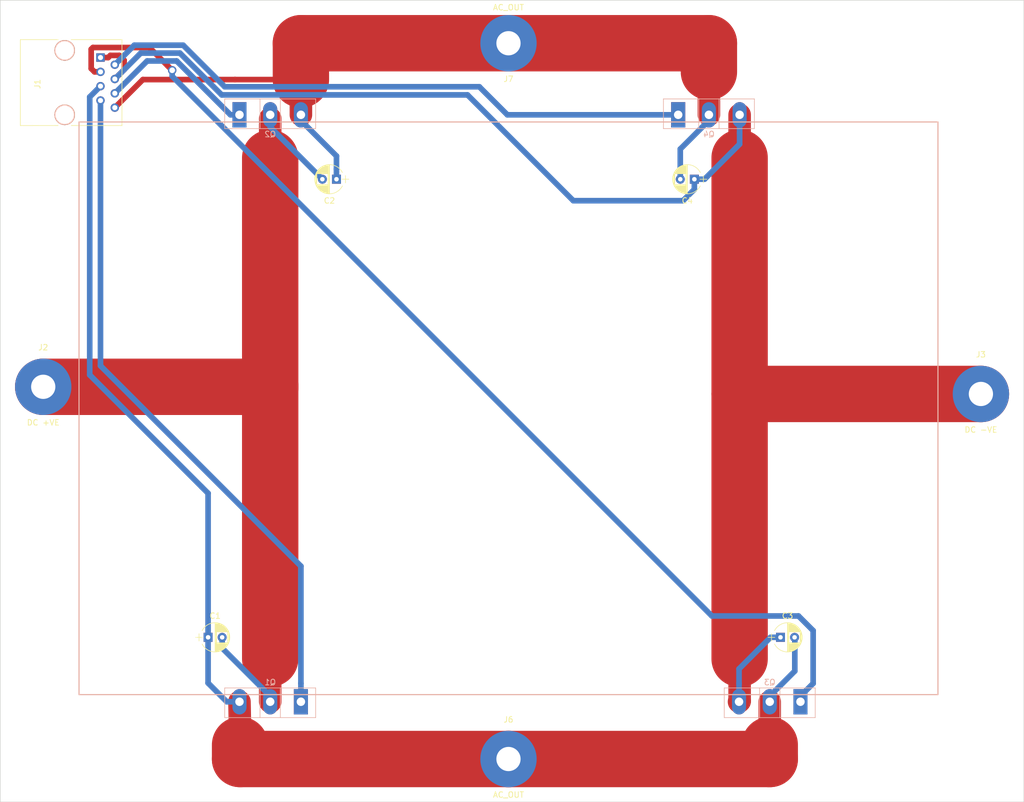
<source format=kicad_pcb>
(kicad_pcb (version 4) (host pcbnew 4.0.7)

  (general
    (links 24)
    (no_connects 0)
    (area 9.215716 13.81 220.980001 161.125)
    (thickness 1.6)
    (drawings 41)
    (tracks 106)
    (zones 0)
    (modules 17)
    (nets 9)
  )

  (page A4)
  (layers
    (0 F.Cu mixed)
    (31 B.Cu power)
    (32 B.Adhes user hide)
    (33 F.Adhes user hide)
    (34 B.Paste user hide)
    (35 F.Paste user hide)
    (36 B.SilkS user)
    (37 F.SilkS user)
    (38 B.Mask user hide)
    (39 F.Mask user)
    (40 Dwgs.User user hide)
    (41 Cmts.User user hide)
    (42 Eco1.User user hide)
    (43 Eco2.User user hide)
    (44 Edge.Cuts user)
    (45 Margin user hide)
    (46 B.CrtYd user hide)
    (47 F.CrtYd user hide)
    (48 B.Fab user hide)
    (49 F.Fab user hide)
  )

  (setup
    (last_trace_width 1)
    (trace_clearance 0.4)
    (zone_clearance 0.508)
    (zone_45_only no)
    (trace_min 0.2)
    (segment_width 0.2)
    (edge_width 0.1)
    (via_size 1.5)
    (via_drill 1)
    (via_min_size 0.4)
    (via_min_drill 0.3)
    (uvia_size 1)
    (uvia_drill 0.5)
    (uvias_allowed no)
    (uvia_min_size 0.2)
    (uvia_min_drill 0.1)
    (pcb_text_width 0.3)
    (pcb_text_size 1.5 1.5)
    (mod_edge_width 0.15)
    (mod_text_size 1 1)
    (mod_text_width 0.15)
    (pad_size 10 10)
    (pad_drill 4.3)
    (pad_to_mask_clearance 0)
    (aux_axis_origin 0 0)
    (visible_elements 7FFFEFFF)
    (pcbplotparams
      (layerselection 0x000f0_80000001)
      (usegerberextensions false)
      (excludeedgelayer true)
      (linewidth 0.100000)
      (plotframeref false)
      (viasonmask false)
      (mode 1)
      (useauxorigin false)
      (hpglpennumber 1)
      (hpglpenspeed 20)
      (hpglpendiameter 15)
      (hpglpenoverlay 2)
      (psnegative false)
      (psa4output false)
      (plotreference true)
      (plotvalue true)
      (plotinvisibletext false)
      (padsonsilk false)
      (subtractmaskfromsilk false)
      (outputformat 1)
      (mirror false)
      (drillshape 0)
      (scaleselection 1)
      (outputdirectory ""))
  )

  (net 0 "")
  (net 1 GND_ISO_1)
  (net 2 DRV_GATE_1)
  (net 3 DRV_GATE_2)
  (net 4 DRV_GATE_3)
  (net 5 DRV_GATE_4)
  (net 6 GND_ISO_3)
  (net 7 "/SinglePowerSwitch 1/DRAIN")
  (net 8 GND_ISO_2)

  (net_class Default "This is the default net class."
    (clearance 0.4)
    (trace_width 1)
    (via_dia 1.5)
    (via_drill 1)
    (uvia_dia 1)
    (uvia_drill 0.5)
    (add_net "/SinglePowerSwitch 1/DRAIN")
    (add_net DRV_GATE_1)
    (add_net DRV_GATE_2)
    (add_net DRV_GATE_3)
    (add_net DRV_GATE_4)
    (add_net GND_ISO_1)
    (add_net GND_ISO_2)
    (add_net GND_ISO_3)
  )

  (net_class Power ""
    (clearance 1.5)
    (trace_width 5)
    (via_dia 1.5)
    (via_drill 1)
    (uvia_dia 1)
    (uvia_drill 0.5)
  )

  (module PartsLibraries:RJ45 (layer F.Cu) (tedit 59511D7C) (tstamp 5A29397D)
    (at 52.07 27.94 270)
    (tags RJ45)
    (path /59AED755)
    (fp_text reference J1 (at 4.7 11.18 270) (layer F.SilkS)
      (effects (font (size 1 1) (thickness 0.15)))
    )
    (fp_text value RJ45 (at 4.59 6.25 270) (layer F.Fab)
      (effects (font (size 1 1) (thickness 0.15)))
    )
    (fp_line (start -3.17 14.22) (end 12.07 14.22) (layer F.SilkS) (width 0.12))
    (fp_line (start 12.07 -3.81) (end 12.06 5.18) (layer F.SilkS) (width 0.12))
    (fp_line (start 12.07 -3.81) (end -3.17 -3.81) (layer F.SilkS) (width 0.12))
    (fp_line (start -3.17 -3.81) (end -3.17 5.19) (layer F.SilkS) (width 0.12))
    (fp_line (start 12.06 7.52) (end 12.07 14.22) (layer F.SilkS) (width 0.12))
    (fp_line (start -3.17 7.51) (end -3.17 14.22) (layer F.SilkS) (width 0.12))
    (fp_line (start -3.56 -4.06) (end 12.46 -4.06) (layer F.CrtYd) (width 0.05))
    (fp_line (start -3.56 -4.06) (end -3.56 14.47) (layer F.CrtYd) (width 0.05))
    (fp_line (start 12.46 14.47) (end 12.46 -4.06) (layer F.CrtYd) (width 0.05))
    (fp_line (start 12.46 14.47) (end -3.56 14.47) (layer F.CrtYd) (width 0.05))
    (pad "" np_thru_hole circle (at 10.16 6.35 270) (size 3.65 3.65) (drill 3.25) (layers *.Cu *.SilkS *.Mask))
    (pad "" np_thru_hole circle (at -1.27 6.35 270) (size 3.65 3.65) (drill 3.25) (layers *.Cu *.SilkS *.Mask))
    (pad 1 thru_hole rect (at 0 0 270) (size 1.5 1.5) (drill 0.9) (layers *.Cu *.Mask)
      (net 6 GND_ISO_3))
    (pad 2 thru_hole circle (at 1.27 -2.54 270) (size 1.5 1.5) (drill 0.9) (layers *.Cu *.Mask)
      (net 5 DRV_GATE_4))
    (pad 3 thru_hole circle (at 2.54 0 270) (size 1.5 1.5) (drill 0.9) (layers *.Cu *.Mask)
      (net 4 DRV_GATE_3))
    (pad 4 thru_hole circle (at 3.81 -2.54 270) (size 1.5 1.5) (drill 0.9) (layers *.Cu *.Mask)
      (net 6 GND_ISO_3))
    (pad 5 thru_hole circle (at 5.08 0 270) (size 1.5 1.5) (drill 0.9) (layers *.Cu *.Mask)
      (net 1 GND_ISO_1))
    (pad 6 thru_hole circle (at 6.35 -2.54 270) (size 1.5 1.5) (drill 0.9) (layers *.Cu *.Mask)
      (net 3 DRV_GATE_2))
    (pad 7 thru_hole circle (at 7.62 0 270) (size 1.5 1.5) (drill 0.9) (layers *.Cu *.Mask)
      (net 2 DRV_GATE_1))
    (pad 8 thru_hole circle (at 8.89 -2.54 270) (size 1.5 1.5) (drill 0.9) (layers *.Cu *.Mask)
      (net 8 GND_ISO_2))
    (model ../../../../../../Development/multilevelinverter/Hardware/3D/RJ45.wrl
      (at (xyz 0.175 -0.667 0.3))
      (scale (xyz 10 10 10))
      (rotate (xyz 270 0 0))
    )
  )

  (module PartsLibraries:PowerConnectorRound (layer F.Cu) (tedit 5A2985A4) (tstamp 5A291ED2)
    (at 124.46 152.4 90)
    (path /59AEFF90)
    (fp_text reference J6 (at 6.985 0 180) (layer F.SilkS)
      (effects (font (size 1 1) (thickness 0.15)))
    )
    (fp_text value AC_OUT (at -6.35 0 180) (layer F.SilkS)
      (effects (font (size 1 1) (thickness 0.15)))
    )
    (pad 1 thru_hole circle (at 0 0 90) (size 10 10) (drill 4.3) (layers *.Cu *.Mask)
      (net 1 GND_ISO_1))
  )

  (module PartsLibraries:PowerConnectorRound (layer F.Cu) (tedit 5A298574) (tstamp 5A291ED7)
    (at 124.46 25.4 90)
    (path /59AFA697)
    (fp_text reference J7 (at -6.35 0 180) (layer F.SilkS)
      (effects (font (size 1 1) (thickness 0.15)))
    )
    (fp_text value AC_OUT (at 6.35 0 360) (layer F.SilkS)
      (effects (font (size 1 1) (thickness 0.15)))
    )
    (pad 1 thru_hole circle (at 0 0 90) (size 10 10) (drill 4.3) (layers *.Cu *.Mask)
      (net 8 GND_ISO_2))
  )

  (module PartsLibraries:PowerConnectorRound (layer F.Cu) (tedit 5A298643) (tstamp 5A291ECD)
    (at 208.28 83.63 90)
    (path /5A28246C)
    (fp_text reference J3 (at 2.985 0 180) (layer F.SilkS)
      (effects (font (size 1 1) (thickness 0.15)))
    )
    (fp_text value "DC -VE" (at -10.35 0 180) (layer F.SilkS)
      (effects (font (size 1 1) (thickness 0.15)))
    )
    (pad 1 thru_hole circle (at -4 0 90) (size 10 10) (drill 4.3) (layers *.Cu *.Mask)
      (net 6 GND_ISO_3))
  )

  (module PartsLibraries:PowerConnectorRound (layer F.Cu) (tedit 5A29863E) (tstamp 5A291EC8)
    (at 41.91 83.63 90)
    (path /5A28227C)
    (fp_text reference J2 (at 4.255 0 180) (layer F.SilkS)
      (effects (font (size 1 1) (thickness 0.15)))
    )
    (fp_text value "DC +VE" (at -9.08 0 180) (layer F.SilkS)
      (effects (font (size 1 1) (thickness 0.15)))
    )
    (pad 1 thru_hole circle (at -2.73 0 90) (size 10 10) (drill 4.3) (layers *.Cu *.Mask)
      (net 7 "/SinglePowerSwitch 1/DRAIN"))
  )

  (module Mounting_Holes:MountingHole_4.3mm_M4 (layer F.Cu) (tedit 5A27F79F) (tstamp 5A2955FA)
    (at 181.61 123.19 180)
    (descr "Mounting Hole 4.3mm, no annular, M4")
    (tags "mounting hole 4.3mm no annular m4")
    (attr virtual)
    (fp_text reference "" (at 0 -5.3 180) (layer F.SilkS)
      (effects (font (size 1 1) (thickness 0.15)))
    )
    (fp_text value MountingHole_4.3mm_M4 (at 0 5.3 180) (layer F.Fab)
      (effects (font (size 1 1) (thickness 0.15)))
    )
    (fp_text user %R (at 0.3 0 180) (layer F.Fab)
      (effects (font (size 1 1) (thickness 0.15)))
    )
    (fp_circle (center 0 0) (end 4.3 0) (layer Cmts.User) (width 0.15))
    (fp_circle (center 0 0) (end 4.55 0) (layer F.CrtYd) (width 0.05))
    (pad 1 np_thru_hole circle (at 0 0 180) (size 4.3 4.3) (drill 4.3) (layers *.Cu *.Mask))
  )

  (module TO_SOT_Packages_THT:TO-247_TO-3P_Vertical (layer B.Cu) (tedit 58CE52AE) (tstamp 59AF0986)
    (at 76.73 38.1)
    (descr "TO-247, Vertical, RM 5.45mm, TO-3P")
    (tags "TO-247 Vertical RM 5.45mm TO-3P")
    (path /59AEEDCB/59AEE014)
    (fp_text reference Q2 (at 5.45 3.45) (layer B.SilkS)
      (effects (font (size 1 1) (thickness 0.15)) (justify mirror))
    )
    (fp_text value RFP12N10L (at 5.45 -6.07) (layer B.Fab)
      (effects (font (size 1 1) (thickness 0.15)) (justify mirror))
    )
    (fp_text user %R (at 5.45 3.45) (layer B.Fab)
      (effects (font (size 1 1) (thickness 0.15)) (justify mirror))
    )
    (fp_line (start -2.5 2.33) (end -2.5 -2.7) (layer B.Fab) (width 0.1))
    (fp_line (start -2.5 -2.7) (end 13.4 -2.7) (layer B.Fab) (width 0.1))
    (fp_line (start 13.4 -2.7) (end 13.4 2.33) (layer B.Fab) (width 0.1))
    (fp_line (start 13.4 2.33) (end -2.5 2.33) (layer B.Fab) (width 0.1))
    (fp_line (start 3.645 2.33) (end 3.645 -2.7) (layer B.Fab) (width 0.1))
    (fp_line (start 7.255 2.33) (end 7.255 -2.7) (layer B.Fab) (width 0.1))
    (fp_line (start -2.62 2.451) (end 13.52 2.451) (layer B.SilkS) (width 0.12))
    (fp_line (start -2.62 -2.82) (end 13.52 -2.82) (layer B.SilkS) (width 0.12))
    (fp_line (start -2.62 2.451) (end -2.62 -2.82) (layer B.SilkS) (width 0.12))
    (fp_line (start 13.52 2.451) (end 13.52 -2.82) (layer B.SilkS) (width 0.12))
    (fp_line (start 3.646 2.451) (end 3.646 -2.82) (layer B.SilkS) (width 0.12))
    (fp_line (start 7.255 2.451) (end 7.255 -2.82) (layer B.SilkS) (width 0.12))
    (fp_line (start -2.75 2.59) (end -2.75 -2.95) (layer B.CrtYd) (width 0.05))
    (fp_line (start -2.75 -2.95) (end 13.65 -2.95) (layer B.CrtYd) (width 0.05))
    (fp_line (start 13.65 -2.95) (end 13.65 2.59) (layer B.CrtYd) (width 0.05))
    (fp_line (start 13.65 2.59) (end -2.75 2.59) (layer B.CrtYd) (width 0.05))
    (pad 1 thru_hole rect (at 0 0) (size 2.5 4.5) (drill 1.5) (layers *.Cu *.Mask)
      (net 3 DRV_GATE_2))
    (pad 2 thru_hole oval (at 5.45 0) (size 2.5 4.5) (drill 1.5) (layers *.Cu *.Mask)
      (net 7 "/SinglePowerSwitch 1/DRAIN"))
    (pad 3 thru_hole oval (at 10.9 0) (size 2.5 4.5) (drill 1.5) (layers *.Cu *.Mask)
      (net 8 GND_ISO_2))
    (model ${KISYS3DMOD}/TO_SOT_Packages_THT.3dshapes/TO-247_TO-3P_Vertical.wrl
      (at (xyz 0.212598 0 0))
      (scale (xyz 1 1 1))
      (rotate (xyz 0 0 0))
    )
  )

  (module Mounting_Holes:MountingHole_4.3mm_M4 (layer F.Cu) (tedit 5A27F79F) (tstamp 5A172C67)
    (at 181.61 54.61 180)
    (descr "Mounting Hole 4.3mm, no annular, M4")
    (tags "mounting hole 4.3mm no annular m4")
    (attr virtual)
    (fp_text reference "" (at 0 -5.3 180) (layer F.SilkS)
      (effects (font (size 1 1) (thickness 0.15)))
    )
    (fp_text value MountingHole_4.3mm_M4 (at 0 5.3 180) (layer F.Fab)
      (effects (font (size 1 1) (thickness 0.15)))
    )
    (fp_text user %R (at 0.3 0 180) (layer F.Fab)
      (effects (font (size 1 1) (thickness 0.15)))
    )
    (fp_circle (center 0 0) (end 4.3 0) (layer Cmts.User) (width 0.15))
    (fp_circle (center 0 0) (end 4.55 0) (layer F.CrtYd) (width 0.05))
    (pad 1 np_thru_hole circle (at 0 0 180) (size 4.3 4.3) (drill 4.3) (layers *.Cu *.Mask))
  )

  (module PartsLibraries:CP_Radial_D5.0mm_P2.50mm (layer F.Cu) (tedit 597BC7C2) (tstamp 59AF0722)
    (at 71.16 130.81)
    (descr "CP, Radial series, Radial, pin pitch=2.50mm, , diameter=5mm, Electrolytic Capacitor")
    (tags "CP Radial series Radial pin pitch 2.50mm  diameter 5mm Electrolytic Capacitor")
    (path /59AEDD49/59AEE01D)
    (fp_text reference C1 (at 1.25 -3.81) (layer F.SilkS)
      (effects (font (size 1 1) (thickness 0.15)))
    )
    (fp_text value C (at 1.25 3.81) (layer F.Fab)
      (effects (font (size 1 1) (thickness 0.15)))
    )
    (fp_arc (start 1.25 0) (end -1.05558 -1.18) (angle 125.8) (layer F.SilkS) (width 0.12))
    (fp_arc (start 1.25 0) (end -1.05558 1.18) (angle -125.8) (layer F.SilkS) (width 0.12))
    (fp_arc (start 1.25 0) (end 3.55558 -1.18) (angle 54.2) (layer F.SilkS) (width 0.12))
    (fp_circle (center 1.25 0) (end 3.75 0) (layer F.Fab) (width 0.1))
    (fp_line (start -2.2 0) (end -1 0) (layer F.Fab) (width 0.1))
    (fp_line (start -1.6 -0.65) (end -1.6 0.65) (layer F.Fab) (width 0.1))
    (fp_line (start 1.25 -2.55) (end 1.25 2.55) (layer F.SilkS) (width 0.12))
    (fp_line (start 1.29 -2.55) (end 1.29 2.55) (layer F.SilkS) (width 0.12))
    (fp_line (start 1.33 -2.549) (end 1.33 2.549) (layer F.SilkS) (width 0.12))
    (fp_line (start 1.37 -2.548) (end 1.37 2.548) (layer F.SilkS) (width 0.12))
    (fp_line (start 1.41 -2.546) (end 1.41 2.546) (layer F.SilkS) (width 0.12))
    (fp_line (start 1.45 -2.543) (end 1.45 2.543) (layer F.SilkS) (width 0.12))
    (fp_line (start 1.49 -2.539) (end 1.49 2.539) (layer F.SilkS) (width 0.12))
    (fp_line (start 1.53 -2.535) (end 1.53 -0.98) (layer F.SilkS) (width 0.12))
    (fp_line (start 1.53 0.98) (end 1.53 2.535) (layer F.SilkS) (width 0.12))
    (fp_line (start 1.57 -2.531) (end 1.57 -0.98) (layer F.SilkS) (width 0.12))
    (fp_line (start 1.57 0.98) (end 1.57 2.531) (layer F.SilkS) (width 0.12))
    (fp_line (start 1.61 -2.525) (end 1.61 -0.98) (layer F.SilkS) (width 0.12))
    (fp_line (start 1.61 0.98) (end 1.61 2.525) (layer F.SilkS) (width 0.12))
    (fp_line (start 1.65 -2.519) (end 1.65 -0.98) (layer F.SilkS) (width 0.12))
    (fp_line (start 1.65 0.98) (end 1.65 2.519) (layer F.SilkS) (width 0.12))
    (fp_line (start 1.69 -2.513) (end 1.69 -0.98) (layer F.SilkS) (width 0.12))
    (fp_line (start 1.69 0.98) (end 1.69 2.513) (layer F.SilkS) (width 0.12))
    (fp_line (start 1.73 -2.506) (end 1.73 -0.98) (layer F.SilkS) (width 0.12))
    (fp_line (start 1.73 0.98) (end 1.73 2.506) (layer F.SilkS) (width 0.12))
    (fp_line (start 1.77 -2.498) (end 1.77 -0.98) (layer F.SilkS) (width 0.12))
    (fp_line (start 1.77 0.98) (end 1.77 2.498) (layer F.SilkS) (width 0.12))
    (fp_line (start 1.81 -2.489) (end 1.81 -0.98) (layer F.SilkS) (width 0.12))
    (fp_line (start 1.81 0.98) (end 1.81 2.489) (layer F.SilkS) (width 0.12))
    (fp_line (start 1.85 -2.48) (end 1.85 -0.98) (layer F.SilkS) (width 0.12))
    (fp_line (start 1.85 0.98) (end 1.85 2.48) (layer F.SilkS) (width 0.12))
    (fp_line (start 1.89 -2.47) (end 1.89 -0.98) (layer F.SilkS) (width 0.12))
    (fp_line (start 1.89 0.98) (end 1.89 2.47) (layer F.SilkS) (width 0.12))
    (fp_line (start 1.93 -2.46) (end 1.93 -0.98) (layer F.SilkS) (width 0.12))
    (fp_line (start 1.93 0.98) (end 1.93 2.46) (layer F.SilkS) (width 0.12))
    (fp_line (start 1.971 -2.448) (end 1.971 -0.98) (layer F.SilkS) (width 0.12))
    (fp_line (start 1.971 0.98) (end 1.971 2.448) (layer F.SilkS) (width 0.12))
    (fp_line (start 2.011 -2.436) (end 2.011 -0.98) (layer F.SilkS) (width 0.12))
    (fp_line (start 2.011 0.98) (end 2.011 2.436) (layer F.SilkS) (width 0.12))
    (fp_line (start 2.051 -2.424) (end 2.051 -0.98) (layer F.SilkS) (width 0.12))
    (fp_line (start 2.051 0.98) (end 2.051 2.424) (layer F.SilkS) (width 0.12))
    (fp_line (start 2.091 -2.41) (end 2.091 -0.98) (layer F.SilkS) (width 0.12))
    (fp_line (start 2.091 0.98) (end 2.091 2.41) (layer F.SilkS) (width 0.12))
    (fp_line (start 2.131 -2.396) (end 2.131 -0.98) (layer F.SilkS) (width 0.12))
    (fp_line (start 2.131 0.98) (end 2.131 2.396) (layer F.SilkS) (width 0.12))
    (fp_line (start 2.171 -2.382) (end 2.171 -0.98) (layer F.SilkS) (width 0.12))
    (fp_line (start 2.171 0.98) (end 2.171 2.382) (layer F.SilkS) (width 0.12))
    (fp_line (start 2.211 -2.366) (end 2.211 -0.98) (layer F.SilkS) (width 0.12))
    (fp_line (start 2.211 0.98) (end 2.211 2.366) (layer F.SilkS) (width 0.12))
    (fp_line (start 2.251 -2.35) (end 2.251 -0.98) (layer F.SilkS) (width 0.12))
    (fp_line (start 2.251 0.98) (end 2.251 2.35) (layer F.SilkS) (width 0.12))
    (fp_line (start 2.291 -2.333) (end 2.291 -0.98) (layer F.SilkS) (width 0.12))
    (fp_line (start 2.291 0.98) (end 2.291 2.333) (layer F.SilkS) (width 0.12))
    (fp_line (start 2.331 -2.315) (end 2.331 -0.98) (layer F.SilkS) (width 0.12))
    (fp_line (start 2.331 0.98) (end 2.331 2.315) (layer F.SilkS) (width 0.12))
    (fp_line (start 2.371 -2.296) (end 2.371 -0.98) (layer F.SilkS) (width 0.12))
    (fp_line (start 2.371 0.98) (end 2.371 2.296) (layer F.SilkS) (width 0.12))
    (fp_line (start 2.411 -2.276) (end 2.411 -0.98) (layer F.SilkS) (width 0.12))
    (fp_line (start 2.411 0.98) (end 2.411 2.276) (layer F.SilkS) (width 0.12))
    (fp_line (start 2.451 -2.256) (end 2.451 -0.98) (layer F.SilkS) (width 0.12))
    (fp_line (start 2.451 0.98) (end 2.451 2.256) (layer F.SilkS) (width 0.12))
    (fp_line (start 2.491 -2.234) (end 2.491 -0.98) (layer F.SilkS) (width 0.12))
    (fp_line (start 2.491 0.98) (end 2.491 2.234) (layer F.SilkS) (width 0.12))
    (fp_line (start 2.531 -2.212) (end 2.531 -0.98) (layer F.SilkS) (width 0.12))
    (fp_line (start 2.531 0.98) (end 2.531 2.212) (layer F.SilkS) (width 0.12))
    (fp_line (start 2.571 -2.189) (end 2.571 -0.98) (layer F.SilkS) (width 0.12))
    (fp_line (start 2.571 0.98) (end 2.571 2.189) (layer F.SilkS) (width 0.12))
    (fp_line (start 2.611 -2.165) (end 2.611 -0.98) (layer F.SilkS) (width 0.12))
    (fp_line (start 2.611 0.98) (end 2.611 2.165) (layer F.SilkS) (width 0.12))
    (fp_line (start 2.651 -2.14) (end 2.651 -0.98) (layer F.SilkS) (width 0.12))
    (fp_line (start 2.651 0.98) (end 2.651 2.14) (layer F.SilkS) (width 0.12))
    (fp_line (start 2.691 -2.113) (end 2.691 -0.98) (layer F.SilkS) (width 0.12))
    (fp_line (start 2.691 0.98) (end 2.691 2.113) (layer F.SilkS) (width 0.12))
    (fp_line (start 2.731 -2.086) (end 2.731 -0.98) (layer F.SilkS) (width 0.12))
    (fp_line (start 2.731 0.98) (end 2.731 2.086) (layer F.SilkS) (width 0.12))
    (fp_line (start 2.771 -2.058) (end 2.771 -0.98) (layer F.SilkS) (width 0.12))
    (fp_line (start 2.771 0.98) (end 2.771 2.058) (layer F.SilkS) (width 0.12))
    (fp_line (start 2.811 -2.028) (end 2.811 -0.98) (layer F.SilkS) (width 0.12))
    (fp_line (start 2.811 0.98) (end 2.811 2.028) (layer F.SilkS) (width 0.12))
    (fp_line (start 2.851 -1.997) (end 2.851 -0.98) (layer F.SilkS) (width 0.12))
    (fp_line (start 2.851 0.98) (end 2.851 1.997) (layer F.SilkS) (width 0.12))
    (fp_line (start 2.891 -1.965) (end 2.891 -0.98) (layer F.SilkS) (width 0.12))
    (fp_line (start 2.891 0.98) (end 2.891 1.965) (layer F.SilkS) (width 0.12))
    (fp_line (start 2.931 -1.932) (end 2.931 -0.98) (layer F.SilkS) (width 0.12))
    (fp_line (start 2.931 0.98) (end 2.931 1.932) (layer F.SilkS) (width 0.12))
    (fp_line (start 2.971 -1.897) (end 2.971 -0.98) (layer F.SilkS) (width 0.12))
    (fp_line (start 2.971 0.98) (end 2.971 1.897) (layer F.SilkS) (width 0.12))
    (fp_line (start 3.011 -1.861) (end 3.011 -0.98) (layer F.SilkS) (width 0.12))
    (fp_line (start 3.011 0.98) (end 3.011 1.861) (layer F.SilkS) (width 0.12))
    (fp_line (start 3.051 -1.823) (end 3.051 -0.98) (layer F.SilkS) (width 0.12))
    (fp_line (start 3.051 0.98) (end 3.051 1.823) (layer F.SilkS) (width 0.12))
    (fp_line (start 3.091 -1.783) (end 3.091 -0.98) (layer F.SilkS) (width 0.12))
    (fp_line (start 3.091 0.98) (end 3.091 1.783) (layer F.SilkS) (width 0.12))
    (fp_line (start 3.131 -1.742) (end 3.131 -0.98) (layer F.SilkS) (width 0.12))
    (fp_line (start 3.131 0.98) (end 3.131 1.742) (layer F.SilkS) (width 0.12))
    (fp_line (start 3.171 -1.699) (end 3.171 -0.98) (layer F.SilkS) (width 0.12))
    (fp_line (start 3.171 0.98) (end 3.171 1.699) (layer F.SilkS) (width 0.12))
    (fp_line (start 3.211 -1.654) (end 3.211 -0.98) (layer F.SilkS) (width 0.12))
    (fp_line (start 3.211 0.98) (end 3.211 1.654) (layer F.SilkS) (width 0.12))
    (fp_line (start 3.251 -1.606) (end 3.251 -0.98) (layer F.SilkS) (width 0.12))
    (fp_line (start 3.251 0.98) (end 3.251 1.606) (layer F.SilkS) (width 0.12))
    (fp_line (start 3.291 -1.556) (end 3.291 -0.98) (layer F.SilkS) (width 0.12))
    (fp_line (start 3.291 0.98) (end 3.291 1.556) (layer F.SilkS) (width 0.12))
    (fp_line (start 3.331 -1.504) (end 3.331 -0.98) (layer F.SilkS) (width 0.12))
    (fp_line (start 3.331 0.98) (end 3.331 1.504) (layer F.SilkS) (width 0.12))
    (fp_line (start 3.371 -1.448) (end 3.371 -0.98) (layer F.SilkS) (width 0.12))
    (fp_line (start 3.371 0.98) (end 3.371 1.448) (layer F.SilkS) (width 0.12))
    (fp_line (start 3.411 -1.39) (end 3.411 -0.98) (layer F.SilkS) (width 0.12))
    (fp_line (start 3.411 0.98) (end 3.411 1.39) (layer F.SilkS) (width 0.12))
    (fp_line (start 3.451 -1.327) (end 3.451 -0.98) (layer F.SilkS) (width 0.12))
    (fp_line (start 3.451 0.98) (end 3.451 1.327) (layer F.SilkS) (width 0.12))
    (fp_line (start 3.491 -1.261) (end 3.491 1.261) (layer F.SilkS) (width 0.12))
    (fp_line (start 3.531 -1.189) (end 3.531 1.189) (layer F.SilkS) (width 0.12))
    (fp_line (start 3.571 -1.112) (end 3.571 1.112) (layer F.SilkS) (width 0.12))
    (fp_line (start 3.611 -1.028) (end 3.611 1.028) (layer F.SilkS) (width 0.12))
    (fp_line (start 3.651 -0.934) (end 3.651 0.934) (layer F.SilkS) (width 0.12))
    (fp_line (start 3.691 -0.829) (end 3.691 0.829) (layer F.SilkS) (width 0.12))
    (fp_line (start 3.731 -0.707) (end 3.731 0.707) (layer F.SilkS) (width 0.12))
    (fp_line (start 3.771 -0.559) (end 3.771 0.559) (layer F.SilkS) (width 0.12))
    (fp_line (start 3.811 -0.354) (end 3.811 0.354) (layer F.SilkS) (width 0.12))
    (fp_line (start -2.2 0) (end -1 0) (layer F.SilkS) (width 0.12))
    (fp_line (start -1.6 -0.65) (end -1.6 0.65) (layer F.SilkS) (width 0.12))
    (fp_line (start -1.6 -2.85) (end -1.6 2.85) (layer F.CrtYd) (width 0.05))
    (fp_line (start -1.6 2.85) (end 4.1 2.85) (layer F.CrtYd) (width 0.05))
    (fp_line (start 4.1 2.85) (end 4.1 -2.85) (layer F.CrtYd) (width 0.05))
    (fp_line (start 4.1 -2.85) (end -1.6 -2.85) (layer F.CrtYd) (width 0.05))
    (fp_text user %R (at 1.25 0) (layer F.Fab)
      (effects (font (size 1 1) (thickness 0.15)))
    )
    (pad 1 thru_hole rect (at 0 0) (size 1.6 1.6) (drill 0.8) (layers *.Cu *.Mask)
      (net 1 GND_ISO_1))
    (pad 2 thru_hole circle (at 2.5 0) (size 1.6 1.6) (drill 0.8) (layers *.Cu *.Mask)
      (net 7 "/SinglePowerSwitch 1/DRAIN"))
    (model ${KISYS3DMOD}/Capacitors_THT.3dshapes/CP_Radial_D5.0mm_P2.50mm.wrl
      (at (xyz 0 0 0))
      (scale (xyz 1 1 1))
      (rotate (xyz 0 0 0))
    )
  )

  (module PartsLibraries:CP_Radial_D5.0mm_P2.50mm (layer F.Cu) (tedit 597BC7C2) (tstamp 59AF082C)
    (at 172.72 130.81)
    (descr "CP, Radial series, Radial, pin pitch=2.50mm, , diameter=5mm, Electrolytic Capacitor")
    (tags "CP Radial series Radial pin pitch 2.50mm  diameter 5mm Electrolytic Capacitor")
    (path /59AEEFC6/59AEE01D)
    (fp_text reference C3 (at 1.25 -3.81) (layer F.SilkS)
      (effects (font (size 1 1) (thickness 0.15)))
    )
    (fp_text value C (at 1.25 3.81) (layer F.Fab)
      (effects (font (size 1 1) (thickness 0.15)))
    )
    (fp_arc (start 1.25 0) (end -1.05558 -1.18) (angle 125.8) (layer F.SilkS) (width 0.12))
    (fp_arc (start 1.25 0) (end -1.05558 1.18) (angle -125.8) (layer F.SilkS) (width 0.12))
    (fp_arc (start 1.25 0) (end 3.55558 -1.18) (angle 54.2) (layer F.SilkS) (width 0.12))
    (fp_circle (center 1.25 0) (end 3.75 0) (layer F.Fab) (width 0.1))
    (fp_line (start -2.2 0) (end -1 0) (layer F.Fab) (width 0.1))
    (fp_line (start -1.6 -0.65) (end -1.6 0.65) (layer F.Fab) (width 0.1))
    (fp_line (start 1.25 -2.55) (end 1.25 2.55) (layer F.SilkS) (width 0.12))
    (fp_line (start 1.29 -2.55) (end 1.29 2.55) (layer F.SilkS) (width 0.12))
    (fp_line (start 1.33 -2.549) (end 1.33 2.549) (layer F.SilkS) (width 0.12))
    (fp_line (start 1.37 -2.548) (end 1.37 2.548) (layer F.SilkS) (width 0.12))
    (fp_line (start 1.41 -2.546) (end 1.41 2.546) (layer F.SilkS) (width 0.12))
    (fp_line (start 1.45 -2.543) (end 1.45 2.543) (layer F.SilkS) (width 0.12))
    (fp_line (start 1.49 -2.539) (end 1.49 2.539) (layer F.SilkS) (width 0.12))
    (fp_line (start 1.53 -2.535) (end 1.53 -0.98) (layer F.SilkS) (width 0.12))
    (fp_line (start 1.53 0.98) (end 1.53 2.535) (layer F.SilkS) (width 0.12))
    (fp_line (start 1.57 -2.531) (end 1.57 -0.98) (layer F.SilkS) (width 0.12))
    (fp_line (start 1.57 0.98) (end 1.57 2.531) (layer F.SilkS) (width 0.12))
    (fp_line (start 1.61 -2.525) (end 1.61 -0.98) (layer F.SilkS) (width 0.12))
    (fp_line (start 1.61 0.98) (end 1.61 2.525) (layer F.SilkS) (width 0.12))
    (fp_line (start 1.65 -2.519) (end 1.65 -0.98) (layer F.SilkS) (width 0.12))
    (fp_line (start 1.65 0.98) (end 1.65 2.519) (layer F.SilkS) (width 0.12))
    (fp_line (start 1.69 -2.513) (end 1.69 -0.98) (layer F.SilkS) (width 0.12))
    (fp_line (start 1.69 0.98) (end 1.69 2.513) (layer F.SilkS) (width 0.12))
    (fp_line (start 1.73 -2.506) (end 1.73 -0.98) (layer F.SilkS) (width 0.12))
    (fp_line (start 1.73 0.98) (end 1.73 2.506) (layer F.SilkS) (width 0.12))
    (fp_line (start 1.77 -2.498) (end 1.77 -0.98) (layer F.SilkS) (width 0.12))
    (fp_line (start 1.77 0.98) (end 1.77 2.498) (layer F.SilkS) (width 0.12))
    (fp_line (start 1.81 -2.489) (end 1.81 -0.98) (layer F.SilkS) (width 0.12))
    (fp_line (start 1.81 0.98) (end 1.81 2.489) (layer F.SilkS) (width 0.12))
    (fp_line (start 1.85 -2.48) (end 1.85 -0.98) (layer F.SilkS) (width 0.12))
    (fp_line (start 1.85 0.98) (end 1.85 2.48) (layer F.SilkS) (width 0.12))
    (fp_line (start 1.89 -2.47) (end 1.89 -0.98) (layer F.SilkS) (width 0.12))
    (fp_line (start 1.89 0.98) (end 1.89 2.47) (layer F.SilkS) (width 0.12))
    (fp_line (start 1.93 -2.46) (end 1.93 -0.98) (layer F.SilkS) (width 0.12))
    (fp_line (start 1.93 0.98) (end 1.93 2.46) (layer F.SilkS) (width 0.12))
    (fp_line (start 1.971 -2.448) (end 1.971 -0.98) (layer F.SilkS) (width 0.12))
    (fp_line (start 1.971 0.98) (end 1.971 2.448) (layer F.SilkS) (width 0.12))
    (fp_line (start 2.011 -2.436) (end 2.011 -0.98) (layer F.SilkS) (width 0.12))
    (fp_line (start 2.011 0.98) (end 2.011 2.436) (layer F.SilkS) (width 0.12))
    (fp_line (start 2.051 -2.424) (end 2.051 -0.98) (layer F.SilkS) (width 0.12))
    (fp_line (start 2.051 0.98) (end 2.051 2.424) (layer F.SilkS) (width 0.12))
    (fp_line (start 2.091 -2.41) (end 2.091 -0.98) (layer F.SilkS) (width 0.12))
    (fp_line (start 2.091 0.98) (end 2.091 2.41) (layer F.SilkS) (width 0.12))
    (fp_line (start 2.131 -2.396) (end 2.131 -0.98) (layer F.SilkS) (width 0.12))
    (fp_line (start 2.131 0.98) (end 2.131 2.396) (layer F.SilkS) (width 0.12))
    (fp_line (start 2.171 -2.382) (end 2.171 -0.98) (layer F.SilkS) (width 0.12))
    (fp_line (start 2.171 0.98) (end 2.171 2.382) (layer F.SilkS) (width 0.12))
    (fp_line (start 2.211 -2.366) (end 2.211 -0.98) (layer F.SilkS) (width 0.12))
    (fp_line (start 2.211 0.98) (end 2.211 2.366) (layer F.SilkS) (width 0.12))
    (fp_line (start 2.251 -2.35) (end 2.251 -0.98) (layer F.SilkS) (width 0.12))
    (fp_line (start 2.251 0.98) (end 2.251 2.35) (layer F.SilkS) (width 0.12))
    (fp_line (start 2.291 -2.333) (end 2.291 -0.98) (layer F.SilkS) (width 0.12))
    (fp_line (start 2.291 0.98) (end 2.291 2.333) (layer F.SilkS) (width 0.12))
    (fp_line (start 2.331 -2.315) (end 2.331 -0.98) (layer F.SilkS) (width 0.12))
    (fp_line (start 2.331 0.98) (end 2.331 2.315) (layer F.SilkS) (width 0.12))
    (fp_line (start 2.371 -2.296) (end 2.371 -0.98) (layer F.SilkS) (width 0.12))
    (fp_line (start 2.371 0.98) (end 2.371 2.296) (layer F.SilkS) (width 0.12))
    (fp_line (start 2.411 -2.276) (end 2.411 -0.98) (layer F.SilkS) (width 0.12))
    (fp_line (start 2.411 0.98) (end 2.411 2.276) (layer F.SilkS) (width 0.12))
    (fp_line (start 2.451 -2.256) (end 2.451 -0.98) (layer F.SilkS) (width 0.12))
    (fp_line (start 2.451 0.98) (end 2.451 2.256) (layer F.SilkS) (width 0.12))
    (fp_line (start 2.491 -2.234) (end 2.491 -0.98) (layer F.SilkS) (width 0.12))
    (fp_line (start 2.491 0.98) (end 2.491 2.234) (layer F.SilkS) (width 0.12))
    (fp_line (start 2.531 -2.212) (end 2.531 -0.98) (layer F.SilkS) (width 0.12))
    (fp_line (start 2.531 0.98) (end 2.531 2.212) (layer F.SilkS) (width 0.12))
    (fp_line (start 2.571 -2.189) (end 2.571 -0.98) (layer F.SilkS) (width 0.12))
    (fp_line (start 2.571 0.98) (end 2.571 2.189) (layer F.SilkS) (width 0.12))
    (fp_line (start 2.611 -2.165) (end 2.611 -0.98) (layer F.SilkS) (width 0.12))
    (fp_line (start 2.611 0.98) (end 2.611 2.165) (layer F.SilkS) (width 0.12))
    (fp_line (start 2.651 -2.14) (end 2.651 -0.98) (layer F.SilkS) (width 0.12))
    (fp_line (start 2.651 0.98) (end 2.651 2.14) (layer F.SilkS) (width 0.12))
    (fp_line (start 2.691 -2.113) (end 2.691 -0.98) (layer F.SilkS) (width 0.12))
    (fp_line (start 2.691 0.98) (end 2.691 2.113) (layer F.SilkS) (width 0.12))
    (fp_line (start 2.731 -2.086) (end 2.731 -0.98) (layer F.SilkS) (width 0.12))
    (fp_line (start 2.731 0.98) (end 2.731 2.086) (layer F.SilkS) (width 0.12))
    (fp_line (start 2.771 -2.058) (end 2.771 -0.98) (layer F.SilkS) (width 0.12))
    (fp_line (start 2.771 0.98) (end 2.771 2.058) (layer F.SilkS) (width 0.12))
    (fp_line (start 2.811 -2.028) (end 2.811 -0.98) (layer F.SilkS) (width 0.12))
    (fp_line (start 2.811 0.98) (end 2.811 2.028) (layer F.SilkS) (width 0.12))
    (fp_line (start 2.851 -1.997) (end 2.851 -0.98) (layer F.SilkS) (width 0.12))
    (fp_line (start 2.851 0.98) (end 2.851 1.997) (layer F.SilkS) (width 0.12))
    (fp_line (start 2.891 -1.965) (end 2.891 -0.98) (layer F.SilkS) (width 0.12))
    (fp_line (start 2.891 0.98) (end 2.891 1.965) (layer F.SilkS) (width 0.12))
    (fp_line (start 2.931 -1.932) (end 2.931 -0.98) (layer F.SilkS) (width 0.12))
    (fp_line (start 2.931 0.98) (end 2.931 1.932) (layer F.SilkS) (width 0.12))
    (fp_line (start 2.971 -1.897) (end 2.971 -0.98) (layer F.SilkS) (width 0.12))
    (fp_line (start 2.971 0.98) (end 2.971 1.897) (layer F.SilkS) (width 0.12))
    (fp_line (start 3.011 -1.861) (end 3.011 -0.98) (layer F.SilkS) (width 0.12))
    (fp_line (start 3.011 0.98) (end 3.011 1.861) (layer F.SilkS) (width 0.12))
    (fp_line (start 3.051 -1.823) (end 3.051 -0.98) (layer F.SilkS) (width 0.12))
    (fp_line (start 3.051 0.98) (end 3.051 1.823) (layer F.SilkS) (width 0.12))
    (fp_line (start 3.091 -1.783) (end 3.091 -0.98) (layer F.SilkS) (width 0.12))
    (fp_line (start 3.091 0.98) (end 3.091 1.783) (layer F.SilkS) (width 0.12))
    (fp_line (start 3.131 -1.742) (end 3.131 -0.98) (layer F.SilkS) (width 0.12))
    (fp_line (start 3.131 0.98) (end 3.131 1.742) (layer F.SilkS) (width 0.12))
    (fp_line (start 3.171 -1.699) (end 3.171 -0.98) (layer F.SilkS) (width 0.12))
    (fp_line (start 3.171 0.98) (end 3.171 1.699) (layer F.SilkS) (width 0.12))
    (fp_line (start 3.211 -1.654) (end 3.211 -0.98) (layer F.SilkS) (width 0.12))
    (fp_line (start 3.211 0.98) (end 3.211 1.654) (layer F.SilkS) (width 0.12))
    (fp_line (start 3.251 -1.606) (end 3.251 -0.98) (layer F.SilkS) (width 0.12))
    (fp_line (start 3.251 0.98) (end 3.251 1.606) (layer F.SilkS) (width 0.12))
    (fp_line (start 3.291 -1.556) (end 3.291 -0.98) (layer F.SilkS) (width 0.12))
    (fp_line (start 3.291 0.98) (end 3.291 1.556) (layer F.SilkS) (width 0.12))
    (fp_line (start 3.331 -1.504) (end 3.331 -0.98) (layer F.SilkS) (width 0.12))
    (fp_line (start 3.331 0.98) (end 3.331 1.504) (layer F.SilkS) (width 0.12))
    (fp_line (start 3.371 -1.448) (end 3.371 -0.98) (layer F.SilkS) (width 0.12))
    (fp_line (start 3.371 0.98) (end 3.371 1.448) (layer F.SilkS) (width 0.12))
    (fp_line (start 3.411 -1.39) (end 3.411 -0.98) (layer F.SilkS) (width 0.12))
    (fp_line (start 3.411 0.98) (end 3.411 1.39) (layer F.SilkS) (width 0.12))
    (fp_line (start 3.451 -1.327) (end 3.451 -0.98) (layer F.SilkS) (width 0.12))
    (fp_line (start 3.451 0.98) (end 3.451 1.327) (layer F.SilkS) (width 0.12))
    (fp_line (start 3.491 -1.261) (end 3.491 1.261) (layer F.SilkS) (width 0.12))
    (fp_line (start 3.531 -1.189) (end 3.531 1.189) (layer F.SilkS) (width 0.12))
    (fp_line (start 3.571 -1.112) (end 3.571 1.112) (layer F.SilkS) (width 0.12))
    (fp_line (start 3.611 -1.028) (end 3.611 1.028) (layer F.SilkS) (width 0.12))
    (fp_line (start 3.651 -0.934) (end 3.651 0.934) (layer F.SilkS) (width 0.12))
    (fp_line (start 3.691 -0.829) (end 3.691 0.829) (layer F.SilkS) (width 0.12))
    (fp_line (start 3.731 -0.707) (end 3.731 0.707) (layer F.SilkS) (width 0.12))
    (fp_line (start 3.771 -0.559) (end 3.771 0.559) (layer F.SilkS) (width 0.12))
    (fp_line (start 3.811 -0.354) (end 3.811 0.354) (layer F.SilkS) (width 0.12))
    (fp_line (start -2.2 0) (end -1 0) (layer F.SilkS) (width 0.12))
    (fp_line (start -1.6 -0.65) (end -1.6 0.65) (layer F.SilkS) (width 0.12))
    (fp_line (start -1.6 -2.85) (end -1.6 2.85) (layer F.CrtYd) (width 0.05))
    (fp_line (start -1.6 2.85) (end 4.1 2.85) (layer F.CrtYd) (width 0.05))
    (fp_line (start 4.1 2.85) (end 4.1 -2.85) (layer F.CrtYd) (width 0.05))
    (fp_line (start 4.1 -2.85) (end -1.6 -2.85) (layer F.CrtYd) (width 0.05))
    (fp_text user %R (at 1.25 0) (layer F.Fab)
      (effects (font (size 1 1) (thickness 0.15)))
    )
    (pad 1 thru_hole rect (at 0 0) (size 1.6 1.6) (drill 0.8) (layers *.Cu *.Mask)
      (net 6 GND_ISO_3))
    (pad 2 thru_hole circle (at 2.5 0) (size 1.6 1.6) (drill 0.8) (layers *.Cu *.Mask)
      (net 1 GND_ISO_1))
    (model ${KISYS3DMOD}/Capacitors_THT.3dshapes/CP_Radial_D5.0mm_P2.50mm.wrl
      (at (xyz 0 0 0))
      (scale (xyz 1 1 1))
      (rotate (xyz 0 0 0))
    )
  )

  (module Mounting_Holes:MountingHole_4.3mm_M4 (layer F.Cu) (tedit 5A27F7A2) (tstamp 5A172C6E)
    (at 66.04 54.61 180)
    (descr "Mounting Hole 4.3mm, no annular, M4")
    (tags "mounting hole 4.3mm no annular m4")
    (attr virtual)
    (fp_text reference "" (at 0 -5.3 180) (layer F.SilkS)
      (effects (font (size 1 1) (thickness 0.15)))
    )
    (fp_text value MountingHole_4.3mm_M4 (at 0 5.3 180) (layer F.Fab)
      (effects (font (size 1 1) (thickness 0.15)))
    )
    (fp_text user %R (at 0.3 0 180) (layer F.Fab)
      (effects (font (size 1 1) (thickness 0.15)))
    )
    (fp_circle (center 0 0) (end 4.3 0) (layer Cmts.User) (width 0.15))
    (fp_circle (center 0 0) (end 4.55 0) (layer F.CrtYd) (width 0.05))
    (pad 1 np_thru_hole circle (at 0 0 180) (size 4.3 4.3) (drill 4.3) (layers *.Cu *.Mask))
  )

  (module Mounting_Holes:MountingHole_4.3mm_M4 (layer F.Cu) (tedit 5A27F798) (tstamp 5A172C60)
    (at 66.04 123.19 180)
    (descr "Mounting Hole 4.3mm, no annular, M4")
    (tags "mounting hole 4.3mm no annular m4")
    (attr virtual)
    (fp_text reference "" (at 0 -5.3 180) (layer F.SilkS)
      (effects (font (size 1 1) (thickness 0.15)))
    )
    (fp_text value MountingHole_4.3mm_M4 (at 0 5.3 180) (layer F.Fab)
      (effects (font (size 1 1) (thickness 0.15)))
    )
    (fp_text user %R (at 0.3 0 180) (layer F.Fab)
      (effects (font (size 1 1) (thickness 0.15)))
    )
    (fp_circle (center 0 0) (end 4.3 0) (layer Cmts.User) (width 0.15))
    (fp_circle (center 0 0) (end 4.55 0) (layer F.CrtYd) (width 0.05))
    (pad 1 np_thru_hole circle (at 0 0 180) (size 4.3 4.3) (drill 4.3) (layers *.Cu *.Mask))
  )

  (module PartsLibraries:CP_Radial_D5.0mm_P2.50mm (layer F.Cu) (tedit 597BC7C2) (tstamp 59AF07A7)
    (at 93.94 49.53 180)
    (descr "CP, Radial series, Radial, pin pitch=2.50mm, , diameter=5mm, Electrolytic Capacitor")
    (tags "CP Radial series Radial pin pitch 2.50mm  diameter 5mm Electrolytic Capacitor")
    (path /59AEEDCB/59AEE01D)
    (fp_text reference C2 (at 1.25 -3.81 180) (layer F.SilkS)
      (effects (font (size 1 1) (thickness 0.15)))
    )
    (fp_text value C (at 1.25 3.81 180) (layer F.Fab)
      (effects (font (size 1 1) (thickness 0.15)))
    )
    (fp_arc (start 1.25 0) (end -1.05558 -1.18) (angle 125.8) (layer F.SilkS) (width 0.12))
    (fp_arc (start 1.25 0) (end -1.05558 1.18) (angle -125.8) (layer F.SilkS) (width 0.12))
    (fp_arc (start 1.25 0) (end 3.55558 -1.18) (angle 54.2) (layer F.SilkS) (width 0.12))
    (fp_circle (center 1.25 0) (end 3.75 0) (layer F.Fab) (width 0.1))
    (fp_line (start -2.2 0) (end -1 0) (layer F.Fab) (width 0.1))
    (fp_line (start -1.6 -0.65) (end -1.6 0.65) (layer F.Fab) (width 0.1))
    (fp_line (start 1.25 -2.55) (end 1.25 2.55) (layer F.SilkS) (width 0.12))
    (fp_line (start 1.29 -2.55) (end 1.29 2.55) (layer F.SilkS) (width 0.12))
    (fp_line (start 1.33 -2.549) (end 1.33 2.549) (layer F.SilkS) (width 0.12))
    (fp_line (start 1.37 -2.548) (end 1.37 2.548) (layer F.SilkS) (width 0.12))
    (fp_line (start 1.41 -2.546) (end 1.41 2.546) (layer F.SilkS) (width 0.12))
    (fp_line (start 1.45 -2.543) (end 1.45 2.543) (layer F.SilkS) (width 0.12))
    (fp_line (start 1.49 -2.539) (end 1.49 2.539) (layer F.SilkS) (width 0.12))
    (fp_line (start 1.53 -2.535) (end 1.53 -0.98) (layer F.SilkS) (width 0.12))
    (fp_line (start 1.53 0.98) (end 1.53 2.535) (layer F.SilkS) (width 0.12))
    (fp_line (start 1.57 -2.531) (end 1.57 -0.98) (layer F.SilkS) (width 0.12))
    (fp_line (start 1.57 0.98) (end 1.57 2.531) (layer F.SilkS) (width 0.12))
    (fp_line (start 1.61 -2.525) (end 1.61 -0.98) (layer F.SilkS) (width 0.12))
    (fp_line (start 1.61 0.98) (end 1.61 2.525) (layer F.SilkS) (width 0.12))
    (fp_line (start 1.65 -2.519) (end 1.65 -0.98) (layer F.SilkS) (width 0.12))
    (fp_line (start 1.65 0.98) (end 1.65 2.519) (layer F.SilkS) (width 0.12))
    (fp_line (start 1.69 -2.513) (end 1.69 -0.98) (layer F.SilkS) (width 0.12))
    (fp_line (start 1.69 0.98) (end 1.69 2.513) (layer F.SilkS) (width 0.12))
    (fp_line (start 1.73 -2.506) (end 1.73 -0.98) (layer F.SilkS) (width 0.12))
    (fp_line (start 1.73 0.98) (end 1.73 2.506) (layer F.SilkS) (width 0.12))
    (fp_line (start 1.77 -2.498) (end 1.77 -0.98) (layer F.SilkS) (width 0.12))
    (fp_line (start 1.77 0.98) (end 1.77 2.498) (layer F.SilkS) (width 0.12))
    (fp_line (start 1.81 -2.489) (end 1.81 -0.98) (layer F.SilkS) (width 0.12))
    (fp_line (start 1.81 0.98) (end 1.81 2.489) (layer F.SilkS) (width 0.12))
    (fp_line (start 1.85 -2.48) (end 1.85 -0.98) (layer F.SilkS) (width 0.12))
    (fp_line (start 1.85 0.98) (end 1.85 2.48) (layer F.SilkS) (width 0.12))
    (fp_line (start 1.89 -2.47) (end 1.89 -0.98) (layer F.SilkS) (width 0.12))
    (fp_line (start 1.89 0.98) (end 1.89 2.47) (layer F.SilkS) (width 0.12))
    (fp_line (start 1.93 -2.46) (end 1.93 -0.98) (layer F.SilkS) (width 0.12))
    (fp_line (start 1.93 0.98) (end 1.93 2.46) (layer F.SilkS) (width 0.12))
    (fp_line (start 1.971 -2.448) (end 1.971 -0.98) (layer F.SilkS) (width 0.12))
    (fp_line (start 1.971 0.98) (end 1.971 2.448) (layer F.SilkS) (width 0.12))
    (fp_line (start 2.011 -2.436) (end 2.011 -0.98) (layer F.SilkS) (width 0.12))
    (fp_line (start 2.011 0.98) (end 2.011 2.436) (layer F.SilkS) (width 0.12))
    (fp_line (start 2.051 -2.424) (end 2.051 -0.98) (layer F.SilkS) (width 0.12))
    (fp_line (start 2.051 0.98) (end 2.051 2.424) (layer F.SilkS) (width 0.12))
    (fp_line (start 2.091 -2.41) (end 2.091 -0.98) (layer F.SilkS) (width 0.12))
    (fp_line (start 2.091 0.98) (end 2.091 2.41) (layer F.SilkS) (width 0.12))
    (fp_line (start 2.131 -2.396) (end 2.131 -0.98) (layer F.SilkS) (width 0.12))
    (fp_line (start 2.131 0.98) (end 2.131 2.396) (layer F.SilkS) (width 0.12))
    (fp_line (start 2.171 -2.382) (end 2.171 -0.98) (layer F.SilkS) (width 0.12))
    (fp_line (start 2.171 0.98) (end 2.171 2.382) (layer F.SilkS) (width 0.12))
    (fp_line (start 2.211 -2.366) (end 2.211 -0.98) (layer F.SilkS) (width 0.12))
    (fp_line (start 2.211 0.98) (end 2.211 2.366) (layer F.SilkS) (width 0.12))
    (fp_line (start 2.251 -2.35) (end 2.251 -0.98) (layer F.SilkS) (width 0.12))
    (fp_line (start 2.251 0.98) (end 2.251 2.35) (layer F.SilkS) (width 0.12))
    (fp_line (start 2.291 -2.333) (end 2.291 -0.98) (layer F.SilkS) (width 0.12))
    (fp_line (start 2.291 0.98) (end 2.291 2.333) (layer F.SilkS) (width 0.12))
    (fp_line (start 2.331 -2.315) (end 2.331 -0.98) (layer F.SilkS) (width 0.12))
    (fp_line (start 2.331 0.98) (end 2.331 2.315) (layer F.SilkS) (width 0.12))
    (fp_line (start 2.371 -2.296) (end 2.371 -0.98) (layer F.SilkS) (width 0.12))
    (fp_line (start 2.371 0.98) (end 2.371 2.296) (layer F.SilkS) (width 0.12))
    (fp_line (start 2.411 -2.276) (end 2.411 -0.98) (layer F.SilkS) (width 0.12))
    (fp_line (start 2.411 0.98) (end 2.411 2.276) (layer F.SilkS) (width 0.12))
    (fp_line (start 2.451 -2.256) (end 2.451 -0.98) (layer F.SilkS) (width 0.12))
    (fp_line (start 2.451 0.98) (end 2.451 2.256) (layer F.SilkS) (width 0.12))
    (fp_line (start 2.491 -2.234) (end 2.491 -0.98) (layer F.SilkS) (width 0.12))
    (fp_line (start 2.491 0.98) (end 2.491 2.234) (layer F.SilkS) (width 0.12))
    (fp_line (start 2.531 -2.212) (end 2.531 -0.98) (layer F.SilkS) (width 0.12))
    (fp_line (start 2.531 0.98) (end 2.531 2.212) (layer F.SilkS) (width 0.12))
    (fp_line (start 2.571 -2.189) (end 2.571 -0.98) (layer F.SilkS) (width 0.12))
    (fp_line (start 2.571 0.98) (end 2.571 2.189) (layer F.SilkS) (width 0.12))
    (fp_line (start 2.611 -2.165) (end 2.611 -0.98) (layer F.SilkS) (width 0.12))
    (fp_line (start 2.611 0.98) (end 2.611 2.165) (layer F.SilkS) (width 0.12))
    (fp_line (start 2.651 -2.14) (end 2.651 -0.98) (layer F.SilkS) (width 0.12))
    (fp_line (start 2.651 0.98) (end 2.651 2.14) (layer F.SilkS) (width 0.12))
    (fp_line (start 2.691 -2.113) (end 2.691 -0.98) (layer F.SilkS) (width 0.12))
    (fp_line (start 2.691 0.98) (end 2.691 2.113) (layer F.SilkS) (width 0.12))
    (fp_line (start 2.731 -2.086) (end 2.731 -0.98) (layer F.SilkS) (width 0.12))
    (fp_line (start 2.731 0.98) (end 2.731 2.086) (layer F.SilkS) (width 0.12))
    (fp_line (start 2.771 -2.058) (end 2.771 -0.98) (layer F.SilkS) (width 0.12))
    (fp_line (start 2.771 0.98) (end 2.771 2.058) (layer F.SilkS) (width 0.12))
    (fp_line (start 2.811 -2.028) (end 2.811 -0.98) (layer F.SilkS) (width 0.12))
    (fp_line (start 2.811 0.98) (end 2.811 2.028) (layer F.SilkS) (width 0.12))
    (fp_line (start 2.851 -1.997) (end 2.851 -0.98) (layer F.SilkS) (width 0.12))
    (fp_line (start 2.851 0.98) (end 2.851 1.997) (layer F.SilkS) (width 0.12))
    (fp_line (start 2.891 -1.965) (end 2.891 -0.98) (layer F.SilkS) (width 0.12))
    (fp_line (start 2.891 0.98) (end 2.891 1.965) (layer F.SilkS) (width 0.12))
    (fp_line (start 2.931 -1.932) (end 2.931 -0.98) (layer F.SilkS) (width 0.12))
    (fp_line (start 2.931 0.98) (end 2.931 1.932) (layer F.SilkS) (width 0.12))
    (fp_line (start 2.971 -1.897) (end 2.971 -0.98) (layer F.SilkS) (width 0.12))
    (fp_line (start 2.971 0.98) (end 2.971 1.897) (layer F.SilkS) (width 0.12))
    (fp_line (start 3.011 -1.861) (end 3.011 -0.98) (layer F.SilkS) (width 0.12))
    (fp_line (start 3.011 0.98) (end 3.011 1.861) (layer F.SilkS) (width 0.12))
    (fp_line (start 3.051 -1.823) (end 3.051 -0.98) (layer F.SilkS) (width 0.12))
    (fp_line (start 3.051 0.98) (end 3.051 1.823) (layer F.SilkS) (width 0.12))
    (fp_line (start 3.091 -1.783) (end 3.091 -0.98) (layer F.SilkS) (width 0.12))
    (fp_line (start 3.091 0.98) (end 3.091 1.783) (layer F.SilkS) (width 0.12))
    (fp_line (start 3.131 -1.742) (end 3.131 -0.98) (layer F.SilkS) (width 0.12))
    (fp_line (start 3.131 0.98) (end 3.131 1.742) (layer F.SilkS) (width 0.12))
    (fp_line (start 3.171 -1.699) (end 3.171 -0.98) (layer F.SilkS) (width 0.12))
    (fp_line (start 3.171 0.98) (end 3.171 1.699) (layer F.SilkS) (width 0.12))
    (fp_line (start 3.211 -1.654) (end 3.211 -0.98) (layer F.SilkS) (width 0.12))
    (fp_line (start 3.211 0.98) (end 3.211 1.654) (layer F.SilkS) (width 0.12))
    (fp_line (start 3.251 -1.606) (end 3.251 -0.98) (layer F.SilkS) (width 0.12))
    (fp_line (start 3.251 0.98) (end 3.251 1.606) (layer F.SilkS) (width 0.12))
    (fp_line (start 3.291 -1.556) (end 3.291 -0.98) (layer F.SilkS) (width 0.12))
    (fp_line (start 3.291 0.98) (end 3.291 1.556) (layer F.SilkS) (width 0.12))
    (fp_line (start 3.331 -1.504) (end 3.331 -0.98) (layer F.SilkS) (width 0.12))
    (fp_line (start 3.331 0.98) (end 3.331 1.504) (layer F.SilkS) (width 0.12))
    (fp_line (start 3.371 -1.448) (end 3.371 -0.98) (layer F.SilkS) (width 0.12))
    (fp_line (start 3.371 0.98) (end 3.371 1.448) (layer F.SilkS) (width 0.12))
    (fp_line (start 3.411 -1.39) (end 3.411 -0.98) (layer F.SilkS) (width 0.12))
    (fp_line (start 3.411 0.98) (end 3.411 1.39) (layer F.SilkS) (width 0.12))
    (fp_line (start 3.451 -1.327) (end 3.451 -0.98) (layer F.SilkS) (width 0.12))
    (fp_line (start 3.451 0.98) (end 3.451 1.327) (layer F.SilkS) (width 0.12))
    (fp_line (start 3.491 -1.261) (end 3.491 1.261) (layer F.SilkS) (width 0.12))
    (fp_line (start 3.531 -1.189) (end 3.531 1.189) (layer F.SilkS) (width 0.12))
    (fp_line (start 3.571 -1.112) (end 3.571 1.112) (layer F.SilkS) (width 0.12))
    (fp_line (start 3.611 -1.028) (end 3.611 1.028) (layer F.SilkS) (width 0.12))
    (fp_line (start 3.651 -0.934) (end 3.651 0.934) (layer F.SilkS) (width 0.12))
    (fp_line (start 3.691 -0.829) (end 3.691 0.829) (layer F.SilkS) (width 0.12))
    (fp_line (start 3.731 -0.707) (end 3.731 0.707) (layer F.SilkS) (width 0.12))
    (fp_line (start 3.771 -0.559) (end 3.771 0.559) (layer F.SilkS) (width 0.12))
    (fp_line (start 3.811 -0.354) (end 3.811 0.354) (layer F.SilkS) (width 0.12))
    (fp_line (start -2.2 0) (end -1 0) (layer F.SilkS) (width 0.12))
    (fp_line (start -1.6 -0.65) (end -1.6 0.65) (layer F.SilkS) (width 0.12))
    (fp_line (start -1.6 -2.85) (end -1.6 2.85) (layer F.CrtYd) (width 0.05))
    (fp_line (start -1.6 2.85) (end 4.1 2.85) (layer F.CrtYd) (width 0.05))
    (fp_line (start 4.1 2.85) (end 4.1 -2.85) (layer F.CrtYd) (width 0.05))
    (fp_line (start 4.1 -2.85) (end -1.6 -2.85) (layer F.CrtYd) (width 0.05))
    (fp_text user %R (at 1.25 0 180) (layer F.Fab)
      (effects (font (size 1 1) (thickness 0.15)))
    )
    (pad 1 thru_hole rect (at 0 0 180) (size 1.6 1.6) (drill 0.8) (layers *.Cu *.Mask)
      (net 8 GND_ISO_2))
    (pad 2 thru_hole circle (at 2.5 0 180) (size 1.6 1.6) (drill 0.8) (layers *.Cu *.Mask)
      (net 7 "/SinglePowerSwitch 1/DRAIN"))
    (model ${KISYS3DMOD}/Capacitors_THT.3dshapes/CP_Radial_D5.0mm_P2.50mm.wrl
      (at (xyz 0 0 0))
      (scale (xyz 1 1 1))
      (rotate (xyz 0 0 0))
    )
  )

  (module PartsLibraries:CP_Radial_D5.0mm_P2.50mm (layer F.Cu) (tedit 597BC7C2) (tstamp 59AF08B1)
    (at 157.44 49.53 180)
    (descr "CP, Radial series, Radial, pin pitch=2.50mm, , diameter=5mm, Electrolytic Capacitor")
    (tags "CP Radial series Radial pin pitch 2.50mm  diameter 5mm Electrolytic Capacitor")
    (path /59AEEFCD/59AEE01D)
    (fp_text reference C4 (at 1.25 -3.81 180) (layer F.SilkS)
      (effects (font (size 1 1) (thickness 0.15)))
    )
    (fp_text value C (at 1.25 3.81 180) (layer F.Fab)
      (effects (font (size 1 1) (thickness 0.15)))
    )
    (fp_arc (start 1.25 0) (end -1.05558 -1.18) (angle 125.8) (layer F.SilkS) (width 0.12))
    (fp_arc (start 1.25 0) (end -1.05558 1.18) (angle -125.8) (layer F.SilkS) (width 0.12))
    (fp_arc (start 1.25 0) (end 3.55558 -1.18) (angle 54.2) (layer F.SilkS) (width 0.12))
    (fp_circle (center 1.25 0) (end 3.75 0) (layer F.Fab) (width 0.1))
    (fp_line (start -2.2 0) (end -1 0) (layer F.Fab) (width 0.1))
    (fp_line (start -1.6 -0.65) (end -1.6 0.65) (layer F.Fab) (width 0.1))
    (fp_line (start 1.25 -2.55) (end 1.25 2.55) (layer F.SilkS) (width 0.12))
    (fp_line (start 1.29 -2.55) (end 1.29 2.55) (layer F.SilkS) (width 0.12))
    (fp_line (start 1.33 -2.549) (end 1.33 2.549) (layer F.SilkS) (width 0.12))
    (fp_line (start 1.37 -2.548) (end 1.37 2.548) (layer F.SilkS) (width 0.12))
    (fp_line (start 1.41 -2.546) (end 1.41 2.546) (layer F.SilkS) (width 0.12))
    (fp_line (start 1.45 -2.543) (end 1.45 2.543) (layer F.SilkS) (width 0.12))
    (fp_line (start 1.49 -2.539) (end 1.49 2.539) (layer F.SilkS) (width 0.12))
    (fp_line (start 1.53 -2.535) (end 1.53 -0.98) (layer F.SilkS) (width 0.12))
    (fp_line (start 1.53 0.98) (end 1.53 2.535) (layer F.SilkS) (width 0.12))
    (fp_line (start 1.57 -2.531) (end 1.57 -0.98) (layer F.SilkS) (width 0.12))
    (fp_line (start 1.57 0.98) (end 1.57 2.531) (layer F.SilkS) (width 0.12))
    (fp_line (start 1.61 -2.525) (end 1.61 -0.98) (layer F.SilkS) (width 0.12))
    (fp_line (start 1.61 0.98) (end 1.61 2.525) (layer F.SilkS) (width 0.12))
    (fp_line (start 1.65 -2.519) (end 1.65 -0.98) (layer F.SilkS) (width 0.12))
    (fp_line (start 1.65 0.98) (end 1.65 2.519) (layer F.SilkS) (width 0.12))
    (fp_line (start 1.69 -2.513) (end 1.69 -0.98) (layer F.SilkS) (width 0.12))
    (fp_line (start 1.69 0.98) (end 1.69 2.513) (layer F.SilkS) (width 0.12))
    (fp_line (start 1.73 -2.506) (end 1.73 -0.98) (layer F.SilkS) (width 0.12))
    (fp_line (start 1.73 0.98) (end 1.73 2.506) (layer F.SilkS) (width 0.12))
    (fp_line (start 1.77 -2.498) (end 1.77 -0.98) (layer F.SilkS) (width 0.12))
    (fp_line (start 1.77 0.98) (end 1.77 2.498) (layer F.SilkS) (width 0.12))
    (fp_line (start 1.81 -2.489) (end 1.81 -0.98) (layer F.SilkS) (width 0.12))
    (fp_line (start 1.81 0.98) (end 1.81 2.489) (layer F.SilkS) (width 0.12))
    (fp_line (start 1.85 -2.48) (end 1.85 -0.98) (layer F.SilkS) (width 0.12))
    (fp_line (start 1.85 0.98) (end 1.85 2.48) (layer F.SilkS) (width 0.12))
    (fp_line (start 1.89 -2.47) (end 1.89 -0.98) (layer F.SilkS) (width 0.12))
    (fp_line (start 1.89 0.98) (end 1.89 2.47) (layer F.SilkS) (width 0.12))
    (fp_line (start 1.93 -2.46) (end 1.93 -0.98) (layer F.SilkS) (width 0.12))
    (fp_line (start 1.93 0.98) (end 1.93 2.46) (layer F.SilkS) (width 0.12))
    (fp_line (start 1.971 -2.448) (end 1.971 -0.98) (layer F.SilkS) (width 0.12))
    (fp_line (start 1.971 0.98) (end 1.971 2.448) (layer F.SilkS) (width 0.12))
    (fp_line (start 2.011 -2.436) (end 2.011 -0.98) (layer F.SilkS) (width 0.12))
    (fp_line (start 2.011 0.98) (end 2.011 2.436) (layer F.SilkS) (width 0.12))
    (fp_line (start 2.051 -2.424) (end 2.051 -0.98) (layer F.SilkS) (width 0.12))
    (fp_line (start 2.051 0.98) (end 2.051 2.424) (layer F.SilkS) (width 0.12))
    (fp_line (start 2.091 -2.41) (end 2.091 -0.98) (layer F.SilkS) (width 0.12))
    (fp_line (start 2.091 0.98) (end 2.091 2.41) (layer F.SilkS) (width 0.12))
    (fp_line (start 2.131 -2.396) (end 2.131 -0.98) (layer F.SilkS) (width 0.12))
    (fp_line (start 2.131 0.98) (end 2.131 2.396) (layer F.SilkS) (width 0.12))
    (fp_line (start 2.171 -2.382) (end 2.171 -0.98) (layer F.SilkS) (width 0.12))
    (fp_line (start 2.171 0.98) (end 2.171 2.382) (layer F.SilkS) (width 0.12))
    (fp_line (start 2.211 -2.366) (end 2.211 -0.98) (layer F.SilkS) (width 0.12))
    (fp_line (start 2.211 0.98) (end 2.211 2.366) (layer F.SilkS) (width 0.12))
    (fp_line (start 2.251 -2.35) (end 2.251 -0.98) (layer F.SilkS) (width 0.12))
    (fp_line (start 2.251 0.98) (end 2.251 2.35) (layer F.SilkS) (width 0.12))
    (fp_line (start 2.291 -2.333) (end 2.291 -0.98) (layer F.SilkS) (width 0.12))
    (fp_line (start 2.291 0.98) (end 2.291 2.333) (layer F.SilkS) (width 0.12))
    (fp_line (start 2.331 -2.315) (end 2.331 -0.98) (layer F.SilkS) (width 0.12))
    (fp_line (start 2.331 0.98) (end 2.331 2.315) (layer F.SilkS) (width 0.12))
    (fp_line (start 2.371 -2.296) (end 2.371 -0.98) (layer F.SilkS) (width 0.12))
    (fp_line (start 2.371 0.98) (end 2.371 2.296) (layer F.SilkS) (width 0.12))
    (fp_line (start 2.411 -2.276) (end 2.411 -0.98) (layer F.SilkS) (width 0.12))
    (fp_line (start 2.411 0.98) (end 2.411 2.276) (layer F.SilkS) (width 0.12))
    (fp_line (start 2.451 -2.256) (end 2.451 -0.98) (layer F.SilkS) (width 0.12))
    (fp_line (start 2.451 0.98) (end 2.451 2.256) (layer F.SilkS) (width 0.12))
    (fp_line (start 2.491 -2.234) (end 2.491 -0.98) (layer F.SilkS) (width 0.12))
    (fp_line (start 2.491 0.98) (end 2.491 2.234) (layer F.SilkS) (width 0.12))
    (fp_line (start 2.531 -2.212) (end 2.531 -0.98) (layer F.SilkS) (width 0.12))
    (fp_line (start 2.531 0.98) (end 2.531 2.212) (layer F.SilkS) (width 0.12))
    (fp_line (start 2.571 -2.189) (end 2.571 -0.98) (layer F.SilkS) (width 0.12))
    (fp_line (start 2.571 0.98) (end 2.571 2.189) (layer F.SilkS) (width 0.12))
    (fp_line (start 2.611 -2.165) (end 2.611 -0.98) (layer F.SilkS) (width 0.12))
    (fp_line (start 2.611 0.98) (end 2.611 2.165) (layer F.SilkS) (width 0.12))
    (fp_line (start 2.651 -2.14) (end 2.651 -0.98) (layer F.SilkS) (width 0.12))
    (fp_line (start 2.651 0.98) (end 2.651 2.14) (layer F.SilkS) (width 0.12))
    (fp_line (start 2.691 -2.113) (end 2.691 -0.98) (layer F.SilkS) (width 0.12))
    (fp_line (start 2.691 0.98) (end 2.691 2.113) (layer F.SilkS) (width 0.12))
    (fp_line (start 2.731 -2.086) (end 2.731 -0.98) (layer F.SilkS) (width 0.12))
    (fp_line (start 2.731 0.98) (end 2.731 2.086) (layer F.SilkS) (width 0.12))
    (fp_line (start 2.771 -2.058) (end 2.771 -0.98) (layer F.SilkS) (width 0.12))
    (fp_line (start 2.771 0.98) (end 2.771 2.058) (layer F.SilkS) (width 0.12))
    (fp_line (start 2.811 -2.028) (end 2.811 -0.98) (layer F.SilkS) (width 0.12))
    (fp_line (start 2.811 0.98) (end 2.811 2.028) (layer F.SilkS) (width 0.12))
    (fp_line (start 2.851 -1.997) (end 2.851 -0.98) (layer F.SilkS) (width 0.12))
    (fp_line (start 2.851 0.98) (end 2.851 1.997) (layer F.SilkS) (width 0.12))
    (fp_line (start 2.891 -1.965) (end 2.891 -0.98) (layer F.SilkS) (width 0.12))
    (fp_line (start 2.891 0.98) (end 2.891 1.965) (layer F.SilkS) (width 0.12))
    (fp_line (start 2.931 -1.932) (end 2.931 -0.98) (layer F.SilkS) (width 0.12))
    (fp_line (start 2.931 0.98) (end 2.931 1.932) (layer F.SilkS) (width 0.12))
    (fp_line (start 2.971 -1.897) (end 2.971 -0.98) (layer F.SilkS) (width 0.12))
    (fp_line (start 2.971 0.98) (end 2.971 1.897) (layer F.SilkS) (width 0.12))
    (fp_line (start 3.011 -1.861) (end 3.011 -0.98) (layer F.SilkS) (width 0.12))
    (fp_line (start 3.011 0.98) (end 3.011 1.861) (layer F.SilkS) (width 0.12))
    (fp_line (start 3.051 -1.823) (end 3.051 -0.98) (layer F.SilkS) (width 0.12))
    (fp_line (start 3.051 0.98) (end 3.051 1.823) (layer F.SilkS) (width 0.12))
    (fp_line (start 3.091 -1.783) (end 3.091 -0.98) (layer F.SilkS) (width 0.12))
    (fp_line (start 3.091 0.98) (end 3.091 1.783) (layer F.SilkS) (width 0.12))
    (fp_line (start 3.131 -1.742) (end 3.131 -0.98) (layer F.SilkS) (width 0.12))
    (fp_line (start 3.131 0.98) (end 3.131 1.742) (layer F.SilkS) (width 0.12))
    (fp_line (start 3.171 -1.699) (end 3.171 -0.98) (layer F.SilkS) (width 0.12))
    (fp_line (start 3.171 0.98) (end 3.171 1.699) (layer F.SilkS) (width 0.12))
    (fp_line (start 3.211 -1.654) (end 3.211 -0.98) (layer F.SilkS) (width 0.12))
    (fp_line (start 3.211 0.98) (end 3.211 1.654) (layer F.SilkS) (width 0.12))
    (fp_line (start 3.251 -1.606) (end 3.251 -0.98) (layer F.SilkS) (width 0.12))
    (fp_line (start 3.251 0.98) (end 3.251 1.606) (layer F.SilkS) (width 0.12))
    (fp_line (start 3.291 -1.556) (end 3.291 -0.98) (layer F.SilkS) (width 0.12))
    (fp_line (start 3.291 0.98) (end 3.291 1.556) (layer F.SilkS) (width 0.12))
    (fp_line (start 3.331 -1.504) (end 3.331 -0.98) (layer F.SilkS) (width 0.12))
    (fp_line (start 3.331 0.98) (end 3.331 1.504) (layer F.SilkS) (width 0.12))
    (fp_line (start 3.371 -1.448) (end 3.371 -0.98) (layer F.SilkS) (width 0.12))
    (fp_line (start 3.371 0.98) (end 3.371 1.448) (layer F.SilkS) (width 0.12))
    (fp_line (start 3.411 -1.39) (end 3.411 -0.98) (layer F.SilkS) (width 0.12))
    (fp_line (start 3.411 0.98) (end 3.411 1.39) (layer F.SilkS) (width 0.12))
    (fp_line (start 3.451 -1.327) (end 3.451 -0.98) (layer F.SilkS) (width 0.12))
    (fp_line (start 3.451 0.98) (end 3.451 1.327) (layer F.SilkS) (width 0.12))
    (fp_line (start 3.491 -1.261) (end 3.491 1.261) (layer F.SilkS) (width 0.12))
    (fp_line (start 3.531 -1.189) (end 3.531 1.189) (layer F.SilkS) (width 0.12))
    (fp_line (start 3.571 -1.112) (end 3.571 1.112) (layer F.SilkS) (width 0.12))
    (fp_line (start 3.611 -1.028) (end 3.611 1.028) (layer F.SilkS) (width 0.12))
    (fp_line (start 3.651 -0.934) (end 3.651 0.934) (layer F.SilkS) (width 0.12))
    (fp_line (start 3.691 -0.829) (end 3.691 0.829) (layer F.SilkS) (width 0.12))
    (fp_line (start 3.731 -0.707) (end 3.731 0.707) (layer F.SilkS) (width 0.12))
    (fp_line (start 3.771 -0.559) (end 3.771 0.559) (layer F.SilkS) (width 0.12))
    (fp_line (start 3.811 -0.354) (end 3.811 0.354) (layer F.SilkS) (width 0.12))
    (fp_line (start -2.2 0) (end -1 0) (layer F.SilkS) (width 0.12))
    (fp_line (start -1.6 -0.65) (end -1.6 0.65) (layer F.SilkS) (width 0.12))
    (fp_line (start -1.6 -2.85) (end -1.6 2.85) (layer F.CrtYd) (width 0.05))
    (fp_line (start -1.6 2.85) (end 4.1 2.85) (layer F.CrtYd) (width 0.05))
    (fp_line (start 4.1 2.85) (end 4.1 -2.85) (layer F.CrtYd) (width 0.05))
    (fp_line (start 4.1 -2.85) (end -1.6 -2.85) (layer F.CrtYd) (width 0.05))
    (fp_text user %R (at 1.25 0 180) (layer F.Fab)
      (effects (font (size 1 1) (thickness 0.15)))
    )
    (pad 1 thru_hole rect (at 0 0 180) (size 1.6 1.6) (drill 0.8) (layers *.Cu *.Mask)
      (net 6 GND_ISO_3))
    (pad 2 thru_hole circle (at 2.5 0 180) (size 1.6 1.6) (drill 0.8) (layers *.Cu *.Mask)
      (net 8 GND_ISO_2))
    (model ${KISYS3DMOD}/Capacitors_THT.3dshapes/CP_Radial_D5.0mm_P2.50mm.wrl
      (at (xyz 0 0 0))
      (scale (xyz 1 1 1))
      (rotate (xyz 0 0 0))
    )
  )

  (module TO_SOT_Packages_THT:TO-247_TO-3P_Vertical (layer B.Cu) (tedit 58CE52AE) (tstamp 59AF09B6)
    (at 154.57 38.1)
    (descr "TO-247, Vertical, RM 5.45mm, TO-3P")
    (tags "TO-247 Vertical RM 5.45mm TO-3P")
    (path /59AEEFCD/59AEE014)
    (fp_text reference Q4 (at 5.45 3.45) (layer B.SilkS)
      (effects (font (size 1 1) (thickness 0.15)) (justify mirror))
    )
    (fp_text value RFP12N10L (at 5.45 -6.07) (layer B.Fab)
      (effects (font (size 1 1) (thickness 0.15)) (justify mirror))
    )
    (fp_text user %R (at 5.45 3.45) (layer B.Fab)
      (effects (font (size 1 1) (thickness 0.15)) (justify mirror))
    )
    (fp_line (start -2.5 2.33) (end -2.5 -2.7) (layer B.Fab) (width 0.1))
    (fp_line (start -2.5 -2.7) (end 13.4 -2.7) (layer B.Fab) (width 0.1))
    (fp_line (start 13.4 -2.7) (end 13.4 2.33) (layer B.Fab) (width 0.1))
    (fp_line (start 13.4 2.33) (end -2.5 2.33) (layer B.Fab) (width 0.1))
    (fp_line (start 3.645 2.33) (end 3.645 -2.7) (layer B.Fab) (width 0.1))
    (fp_line (start 7.255 2.33) (end 7.255 -2.7) (layer B.Fab) (width 0.1))
    (fp_line (start -2.62 2.451) (end 13.52 2.451) (layer B.SilkS) (width 0.12))
    (fp_line (start -2.62 -2.82) (end 13.52 -2.82) (layer B.SilkS) (width 0.12))
    (fp_line (start -2.62 2.451) (end -2.62 -2.82) (layer B.SilkS) (width 0.12))
    (fp_line (start 13.52 2.451) (end 13.52 -2.82) (layer B.SilkS) (width 0.12))
    (fp_line (start 3.646 2.451) (end 3.646 -2.82) (layer B.SilkS) (width 0.12))
    (fp_line (start 7.255 2.451) (end 7.255 -2.82) (layer B.SilkS) (width 0.12))
    (fp_line (start -2.75 2.59) (end -2.75 -2.95) (layer B.CrtYd) (width 0.05))
    (fp_line (start -2.75 -2.95) (end 13.65 -2.95) (layer B.CrtYd) (width 0.05))
    (fp_line (start 13.65 -2.95) (end 13.65 2.59) (layer B.CrtYd) (width 0.05))
    (fp_line (start 13.65 2.59) (end -2.75 2.59) (layer B.CrtYd) (width 0.05))
    (pad 1 thru_hole rect (at 0 0) (size 2.5 4.5) (drill 1.5) (layers *.Cu *.Mask)
      (net 5 DRV_GATE_4))
    (pad 2 thru_hole oval (at 5.45 0) (size 2.5 4.5) (drill 1.5) (layers *.Cu *.Mask)
      (net 8 GND_ISO_2))
    (pad 3 thru_hole oval (at 10.9 0) (size 2.5 4.5) (drill 1.5) (layers *.Cu *.Mask)
      (net 6 GND_ISO_3))
    (model ${KISYS3DMOD}/TO_SOT_Packages_THT.3dshapes/TO-247_TO-3P_Vertical.wrl
      (at (xyz 0.212598 0 0))
      (scale (xyz 1 1 1))
      (rotate (xyz 0 0 0))
    )
  )

  (module TO_SOT_Packages_THT:TO-247_TO-3P_Vertical (layer B.Cu) (tedit 58CE52AE) (tstamp 59AF099E)
    (at 176.265 142.24 180)
    (descr "TO-247, Vertical, RM 5.45mm, TO-3P")
    (tags "TO-247 Vertical RM 5.45mm TO-3P")
    (path /59AEEFC6/59AEE014)
    (fp_text reference Q3 (at 5.45 3.45 180) (layer B.SilkS)
      (effects (font (size 1 1) (thickness 0.15)) (justify mirror))
    )
    (fp_text value RFP12N10L (at 5.45 -6.07 180) (layer B.Fab)
      (effects (font (size 1 1) (thickness 0.15)) (justify mirror))
    )
    (fp_text user %R (at 5.45 3.45 180) (layer B.Fab)
      (effects (font (size 1 1) (thickness 0.15)) (justify mirror))
    )
    (fp_line (start -2.5 2.33) (end -2.5 -2.7) (layer B.Fab) (width 0.1))
    (fp_line (start -2.5 -2.7) (end 13.4 -2.7) (layer B.Fab) (width 0.1))
    (fp_line (start 13.4 -2.7) (end 13.4 2.33) (layer B.Fab) (width 0.1))
    (fp_line (start 13.4 2.33) (end -2.5 2.33) (layer B.Fab) (width 0.1))
    (fp_line (start 3.645 2.33) (end 3.645 -2.7) (layer B.Fab) (width 0.1))
    (fp_line (start 7.255 2.33) (end 7.255 -2.7) (layer B.Fab) (width 0.1))
    (fp_line (start -2.62 2.451) (end 13.52 2.451) (layer B.SilkS) (width 0.12))
    (fp_line (start -2.62 -2.82) (end 13.52 -2.82) (layer B.SilkS) (width 0.12))
    (fp_line (start -2.62 2.451) (end -2.62 -2.82) (layer B.SilkS) (width 0.12))
    (fp_line (start 13.52 2.451) (end 13.52 -2.82) (layer B.SilkS) (width 0.12))
    (fp_line (start 3.646 2.451) (end 3.646 -2.82) (layer B.SilkS) (width 0.12))
    (fp_line (start 7.255 2.451) (end 7.255 -2.82) (layer B.SilkS) (width 0.12))
    (fp_line (start -2.75 2.59) (end -2.75 -2.95) (layer B.CrtYd) (width 0.05))
    (fp_line (start -2.75 -2.95) (end 13.65 -2.95) (layer B.CrtYd) (width 0.05))
    (fp_line (start 13.65 -2.95) (end 13.65 2.59) (layer B.CrtYd) (width 0.05))
    (fp_line (start 13.65 2.59) (end -2.75 2.59) (layer B.CrtYd) (width 0.05))
    (pad 1 thru_hole rect (at 0 0 180) (size 2.5 4.5) (drill 1.5) (layers *.Cu *.Mask)
      (net 4 DRV_GATE_3))
    (pad 2 thru_hole oval (at 5.45 0 180) (size 2.5 4.5) (drill 1.5) (layers *.Cu *.Mask)
      (net 1 GND_ISO_1))
    (pad 3 thru_hole oval (at 10.9 0 180) (size 2.5 4.5) (drill 1.5) (layers *.Cu *.Mask)
      (net 6 GND_ISO_3))
    (model ${KISYS3DMOD}/TO_SOT_Packages_THT.3dshapes/TO-247_TO-3P_Vertical.wrl
      (at (xyz 0.212598 0 0))
      (scale (xyz 1 1 1))
      (rotate (xyz 0 0 0))
    )
  )

  (module TO_SOT_Packages_THT:TO-247_TO-3P_Vertical (layer B.Cu) (tedit 58CE52AE) (tstamp 5A291DC2)
    (at 87.63 142.24 180)
    (descr "TO-247, Vertical, RM 5.45mm, TO-3P")
    (tags "TO-247 Vertical RM 5.45mm TO-3P")
    (path /59AEDD49/59AEE014)
    (fp_text reference Q1 (at 5.45 3.45 180) (layer B.SilkS)
      (effects (font (size 1 1) (thickness 0.15)) (justify mirror))
    )
    (fp_text value RFP12N10L (at 5.45 -6.07 180) (layer B.Fab)
      (effects (font (size 1 1) (thickness 0.15)) (justify mirror))
    )
    (fp_text user %R (at 5.45 3.45 180) (layer B.Fab)
      (effects (font (size 1 1) (thickness 0.15)) (justify mirror))
    )
    (fp_line (start -2.5 2.33) (end -2.5 -2.7) (layer B.Fab) (width 0.1))
    (fp_line (start -2.5 -2.7) (end 13.4 -2.7) (layer B.Fab) (width 0.1))
    (fp_line (start 13.4 -2.7) (end 13.4 2.33) (layer B.Fab) (width 0.1))
    (fp_line (start 13.4 2.33) (end -2.5 2.33) (layer B.Fab) (width 0.1))
    (fp_line (start 3.645 2.33) (end 3.645 -2.7) (layer B.Fab) (width 0.1))
    (fp_line (start 7.255 2.33) (end 7.255 -2.7) (layer B.Fab) (width 0.1))
    (fp_line (start -2.62 2.451) (end 13.52 2.451) (layer B.SilkS) (width 0.12))
    (fp_line (start -2.62 -2.82) (end 13.52 -2.82) (layer B.SilkS) (width 0.12))
    (fp_line (start -2.62 2.451) (end -2.62 -2.82) (layer B.SilkS) (width 0.12))
    (fp_line (start 13.52 2.451) (end 13.52 -2.82) (layer B.SilkS) (width 0.12))
    (fp_line (start 3.646 2.451) (end 3.646 -2.82) (layer B.SilkS) (width 0.12))
    (fp_line (start 7.255 2.451) (end 7.255 -2.82) (layer B.SilkS) (width 0.12))
    (fp_line (start -2.75 2.59) (end -2.75 -2.95) (layer B.CrtYd) (width 0.05))
    (fp_line (start -2.75 -2.95) (end 13.65 -2.95) (layer B.CrtYd) (width 0.05))
    (fp_line (start 13.65 -2.95) (end 13.65 2.59) (layer B.CrtYd) (width 0.05))
    (fp_line (start 13.65 2.59) (end -2.75 2.59) (layer B.CrtYd) (width 0.05))
    (pad 1 thru_hole rect (at 0 0 180) (size 2.5 4.5) (drill 1.5) (layers *.Cu *.Mask)
      (net 2 DRV_GATE_1))
    (pad 2 thru_hole oval (at 5.45 0 180) (size 2.5 4.5) (drill 1.5) (layers *.Cu *.Mask)
      (net 7 "/SinglePowerSwitch 1/DRAIN"))
    (pad 3 thru_hole oval (at 10.9 0 180) (size 2.5 4.5) (drill 1.5) (layers *.Cu *.Mask)
      (net 1 GND_ISO_1))
    (model ${KISYS3DMOD}/TO_SOT_Packages_THT.3dshapes/TO-247_TO-3P_Vertical.wrl
      (at (xyz 0.212598 0 0))
      (scale (xyz 1 1 1))
      (rotate (xyz 0 0 0))
    )
  )

  (gr_line (start 87.63 38.1) (end 87.63 31.85) (layer F.Mask) (width 4))
  (gr_line (start 87.63 31.85) (end 87.63 27.94) (layer F.Mask) (width 4))
  (gr_line (start 87.63 25.4) (end 87.63 31.85) (layer F.Mask) (width 10))
  (gr_line (start 124.46 25.4) (end 87.63 25.4) (layer F.Mask) (width 10))
  (gr_line (start 124.46 25.4) (end 160.02 25.4) (layer F.Mask) (width 10))
  (gr_line (start 160.02 38.1) (end 160.02 30.48) (layer F.Mask) (width 4))
  (gr_line (start 160.02 30.48) (end 160.02 25.4) (layer F.Mask) (width 10))
  (gr_line (start 41.91 86.36) (end 82.18 86.36) (layer F.Mask) (width 10))
  (gr_line (start 82.18 86.36) (end 82.18 45.750001) (layer F.Mask) (width 10))
  (gr_line (start 82.18 38.760469) (end 82.18 45.750001) (layer F.Mask) (width 4))
  (gr_line (start 82.18 86.36) (end 82.18 134.589999) (layer F.Mask) (width 10))
  (gr_line (start 82.18 134.589999) (end 82.18 142.24) (layer F.Mask) (width 4))
  (gr_line (start 165.47 142.135) (end 165.365 142.24) (layer F.Mask) (width 4))
  (gr_line (start 208.28 87.63) (end 165.47 87.63) (layer F.Mask) (width 10))
  (gr_line (start 165.47 87.63) (end 165.47 45.72) (layer F.Mask) (width 10))
  (gr_line (start 165.47 38.1) (end 165.47 45.72) (layer F.Mask) (width 4))
  (gr_line (start 165.47 87.63) (end 165.47 134.62) (layer F.Mask) (width 10))
  (gr_line (start 165.47 134.62) (end 165.47 142.135) (layer F.Mask) (width 4))
  (gr_line (start 170.815 149.865845) (end 170.809155 149.86) (layer F.Mask) (width 4))
  (gr_line (start 170.815 152.4) (end 170.815 149.890001) (layer F.Mask) (width 10))
  (gr_line (start 124.46 152.4) (end 170.815 152.4) (layer F.Mask) (width 10))
  (gr_line (start 170.815 149.890001) (end 170.815 149.865845) (layer F.Mask) (width 4))
  (gr_line (start 170.815 142.24) (end 170.815 149.890001) (layer F.Mask) (width 4))
  (gr_line (start 124.46 152.4) (end 76.835 152.4) (layer F.Mask) (width 10))
  (gr_line (start 76.835 152.4) (end 76.835 149.890001) (layer F.Mask) (width 10))
  (gr_line (start 76.73 142.24) (end 76.835 147.360194) (layer F.Mask) (width 4))
  (gr_line (start 215.9 160.02) (end 34.29 160.02) (layer Edge.Cuts) (width 0.1))
  (gr_line (start 165.47 142.135) (end 165.365 142.24) (layer F.Mask) (width 4))
  (gr_line (start 48.26 39.37) (end 48.26 140.97) (layer B.SilkS) (width 0.2))
  (gr_line (start 200.66 39.37) (end 48.26 39.37) (layer B.SilkS) (width 0.2))
  (gr_line (start 200.66 140.97) (end 200.66 39.37) (layer B.SilkS) (width 0.2))
  (gr_line (start 48.26 140.97) (end 200.66 140.97) (layer B.SilkS) (width 0.2))
  (dimension 68.58 (width 0.3) (layer Dwgs.User) (tstamp 5A172D78)
    (gr_text "68.580 mm" (at 72.47 88.9 270) (layer Dwgs.User) (tstamp 5A296162)
      (effects (font (size 1.5 1.5) (thickness 0.3)))
    )
    (feature1 (pts (xy 66.04 123.19) (xy 73.82 123.19)))
    (feature2 (pts (xy 66.04 54.61) (xy 73.82 54.61)))
    (crossbar (pts (xy 71.12 54.61) (xy 71.12 123.19)))
    (arrow1a (pts (xy 71.12 123.19) (xy 70.533579 122.063496)))
    (arrow1b (pts (xy 71.12 123.19) (xy 71.706421 122.063496)))
    (arrow2a (pts (xy 71.12 54.61) (xy 70.533579 55.736504)))
    (arrow2b (pts (xy 71.12 54.61) (xy 71.706421 55.736504)))
  )
  (dimension 115.57 (width 0.3) (layer Dwgs.User)
    (gr_text "115.570 mm" (at 123.825 46.913374) (layer Dwgs.User) (tstamp 5A296164)
      (effects (font (size 1.5 1.5) (thickness 0.3)))
    )
    (feature1 (pts (xy 181.61 54.61) (xy 181.61 45.563374)))
    (feature2 (pts (xy 66.04 54.61) (xy 66.04 45.563374)))
    (crossbar (pts (xy 66.04 48.263374) (xy 181.61 48.263374)))
    (arrow1a (pts (xy 181.61 48.263374) (xy 180.483496 48.849795)))
    (arrow1b (pts (xy 181.61 48.263374) (xy 180.483496 47.676953)))
    (arrow2a (pts (xy 66.04 48.263374) (xy 67.166504 48.849795)))
    (arrow2b (pts (xy 66.04 48.263374) (xy 67.166504 47.676953)))
  )
  (dimension 68.58 (width 0.3) (layer Dwgs.User)
    (gr_text "68.580 mm" (at 186.769413 88.9 270) (layer Dwgs.User) (tstamp 5A296166)
      (effects (font (size 1.5 1.5) (thickness 0.3)))
    )
    (feature1 (pts (xy 181.61 123.19) (xy 188.119413 123.19)))
    (feature2 (pts (xy 181.61 54.61) (xy 188.119413 54.61)))
    (crossbar (pts (xy 185.419413 54.61) (xy 185.419413 123.19)))
    (arrow1a (pts (xy 185.419413 123.19) (xy 184.832992 122.063496)))
    (arrow1b (pts (xy 185.419413 123.19) (xy 186.005834 122.063496)))
    (arrow2a (pts (xy 185.419413 54.61) (xy 184.832992 55.736504)))
    (arrow2b (pts (xy 185.419413 54.61) (xy 186.005834 55.736504)))
  )
  (dimension 139.7 (width 0.3) (layer Dwgs.User)
    (gr_text "139.700 mm" (at 16.43 90.17 270) (layer Dwgs.User) (tstamp 5A296168)
      (effects (font (size 1.5 1.5) (thickness 0.3)))
    )
    (feature1 (pts (xy 27.94 160.02) (xy 15.08 160.02)))
    (feature2 (pts (xy 27.94 20.32) (xy 15.08 20.32)))
    (crossbar (pts (xy 17.78 20.32) (xy 17.78 160.02)))
    (arrow1a (pts (xy 17.78 160.02) (xy 17.193579 158.893496)))
    (arrow1b (pts (xy 17.78 160.02) (xy 18.366421 158.893496)))
    (arrow2a (pts (xy 17.78 20.32) (xy 17.193579 21.446504)))
    (arrow2b (pts (xy 17.78 20.32) (xy 18.366421 21.446504)))
  )
  (dimension 193.04 (width 0.3) (layer Dwgs.User)
    (gr_text "193.040 mm" (at 124.46 15.16) (layer Dwgs.User) (tstamp 5A29616A)
      (effects (font (size 1.5 1.5) (thickness 0.3)))
    )
    (feature1 (pts (xy 220.98 20.32) (xy 220.98 13.81)))
    (feature2 (pts (xy 27.94 20.32) (xy 27.94 13.81)))
    (crossbar (pts (xy 27.94 16.51) (xy 220.98 16.51)))
    (arrow1a (pts (xy 220.98 16.51) (xy 219.853496 17.096421)))
    (arrow1b (pts (xy 220.98 16.51) (xy 219.853496 15.923579)))
    (arrow2a (pts (xy 27.94 16.51) (xy 29.066504 17.096421)))
    (arrow2b (pts (xy 27.94 16.51) (xy 29.066504 15.923579)))
  )
  (dimension 104.14 (width 0.3) (layer Dwgs.User)
    (gr_text "104.140 mm" (at 191.85 90.17 270) (layer Dwgs.User) (tstamp 5A29616C)
      (effects (font (size 1.5 1.5) (thickness 0.3)))
    )
    (feature1 (pts (xy 177.8 142.24) (xy 193.2 142.24)))
    (feature2 (pts (xy 177.8 38.1) (xy 193.2 38.1)))
    (crossbar (pts (xy 190.5 38.1) (xy 190.5 142.24)))
    (arrow1a (pts (xy 190.5 142.24) (xy 189.913579 141.113496)))
    (arrow1b (pts (xy 190.5 142.24) (xy 191.086421 141.113496)))
    (arrow2a (pts (xy 190.5 38.1) (xy 189.913579 39.226504)))
    (arrow2b (pts (xy 190.5 38.1) (xy 191.086421 39.226504)))
  )
  (gr_line (start 215.9 17.78) (end 34.29 17.78) (layer Edge.Cuts) (width 0.1))
  (gr_line (start 34.29 160.02) (end 34.29 17.78) (layer Edge.Cuts) (width 0.1))
  (gr_line (start 215.9 17.78) (end 215.9 160.02) (layer Edge.Cuts) (width 0.1))

  (segment (start 76.73 142.24) (end 76.835 147.360194) (width 4) (layer F.Cu) (net 1))
  (segment (start 76.835 152.4) (end 76.835 149.890001) (width 10) (layer F.Cu) (net 1))
  (segment (start 124.46 152.4) (end 76.835 152.4) (width 10) (layer F.Cu) (net 1))
  (segment (start 170.815 142.24) (end 170.815 149.890001) (width 4) (layer F.Cu) (net 1))
  (segment (start 170.815 149.890001) (end 170.815 149.865845) (width 4) (layer F.Cu) (net 1))
  (segment (start 124.46 152.4) (end 170.815 152.4) (width 10) (layer F.Cu) (net 1))
  (segment (start 170.815 152.4) (end 170.815 149.890001) (width 10) (layer F.Cu) (net 1))
  (segment (start 71.16 130.81) (end 71.16 138.92) (width 1) (layer B.Cu) (net 1))
  (segment (start 71.16 138.92) (end 74.48 142.24) (width 1) (layer B.Cu) (net 1))
  (segment (start 74.48 142.24) (end 76.73 142.24) (width 1) (layer B.Cu) (net 1))
  (segment (start 70.050002 104.14) (end 50.158133 84.248131) (width 1) (layer B.Cu) (net 1))
  (segment (start 71.16 130.81) (end 71.16 105.249998) (width 1) (layer B.Cu) (net 1))
  (segment (start 71.16 105.249998) (end 70.050002 104.14) (width 1) (layer B.Cu) (net 1))
  (segment (start 50.158133 84.248131) (end 50.158133 34.931867) (width 1) (layer B.Cu) (net 1))
  (segment (start 50.158133 34.931867) (end 52.07 33.02) (width 1) (layer B.Cu) (net 1))
  (segment (start 170.815 149.865845) (end 170.809155 149.86) (width 4) (layer F.Cu) (net 1))
  (segment (start 175.26 130.81) (end 175.26 136.795) (width 1) (layer B.Cu) (net 1))
  (segment (start 175.26 136.795) (end 170.815 141.24) (width 1) (layer B.Cu) (net 1))
  (segment (start 170.815 141.24) (end 170.815 142.24) (width 1) (layer B.Cu) (net 1))
  (segment (start 52.07 35.56) (end 52.07 82.62445) (width 1) (layer B.Cu) (net 2))
  (segment (start 52.07 82.62445) (end 87.63 118.18445) (width 1) (layer B.Cu) (net 2))
  (segment (start 87.63 118.18445) (end 87.63 138.99) (width 1) (layer B.Cu) (net 2))
  (segment (start 87.63 138.99) (end 87.63 142.24) (width 1) (layer B.Cu) (net 2))
  (segment (start 65.581283 28.549989) (end 75.131294 38.1) (width 1) (layer B.Cu) (net 3))
  (segment (start 60.350011 28.549989) (end 65.581283 28.549989) (width 1) (layer B.Cu) (net 3))
  (segment (start 75.131294 38.1) (end 76.73 38.1) (width 1) (layer B.Cu) (net 3))
  (segment (start 54.61 34.29) (end 60.350011 28.549989) (width 1) (layer B.Cu) (net 3))
  (segment (start 176.265 142.24) (end 176.265 141.24) (width 1) (layer B.Cu) (net 4))
  (segment (start 176.265 141.24) (end 178.515 138.99) (width 1) (layer B.Cu) (net 4))
  (segment (start 178.515 138.99) (end 178.515 129.620524) (width 1) (layer B.Cu) (net 4))
  (segment (start 178.515 129.620524) (end 175.917735 127.023259) (width 1) (layer B.Cu) (net 4))
  (segment (start 175.917735 127.023259) (end 160.551889 127.023259) (width 1) (layer B.Cu) (net 4))
  (segment (start 160.551889 127.023259) (end 64.78928 31.26065) (width 1) (layer B.Cu) (net 4))
  (segment (start 64.78928 31.26065) (end 64.78928 30.19999) (width 1) (layer B.Cu) (net 4))
  (segment (start 50.419999 29.890659) (end 50.419999 26.469999) (width 1) (layer F.Cu) (net 4))
  (segment (start 51.00934 30.48) (end 50.419999 29.890659) (width 1) (layer F.Cu) (net 4))
  (segment (start 52.07 30.48) (end 51.00934 30.48) (width 1) (layer F.Cu) (net 4))
  (segment (start 50.419999 26.469999) (end 50.730009 26.159989) (width 1) (layer F.Cu) (net 4))
  (segment (start 64.039281 29.449991) (end 64.78928 30.19999) (width 1) (layer F.Cu) (net 4))
  (segment (start 50.730009 26.159989) (end 60.749279 26.159989) (width 1) (layer F.Cu) (net 4))
  (segment (start 60.749279 26.159989) (end 64.039281 29.449991) (width 1) (layer F.Cu) (net 4))
  (via (at 64.78928 30.19999) (size 1.5) (drill 1) (layers F.Cu B.Cu) (net 4))
  (segment (start 154.57 38.1) (end 124.259998 38.1) (width 1) (layer B.Cu) (net 5))
  (segment (start 119.281995 33.121997) (end 74.113117 33.121997) (width 1) (layer B.Cu) (net 5))
  (segment (start 58.070032 25.749968) (end 55.359999 28.460001) (width 1) (layer B.Cu) (net 5))
  (segment (start 55.359999 28.460001) (end 54.61 29.21) (width 1) (layer B.Cu) (net 5))
  (segment (start 124.259998 38.1) (end 119.281995 33.121997) (width 1) (layer B.Cu) (net 5))
  (segment (start 74.113117 33.121997) (end 66.741088 25.749968) (width 1) (layer B.Cu) (net 5))
  (segment (start 66.741088 25.749968) (end 58.070032 25.749968) (width 1) (layer B.Cu) (net 5))
  (segment (start 155.43 53.34) (end 157.44 51.33) (width 1) (layer B.Cu) (net 6))
  (segment (start 157.44 51.33) (end 157.44 49.53) (width 1) (layer B.Cu) (net 6))
  (segment (start 59.210022 27.149978) (end 66.161186 27.149978) (width 1) (layer B.Cu) (net 6))
  (segment (start 117.192375 34.567926) (end 135.964449 53.34) (width 1) (layer B.Cu) (net 6))
  (segment (start 54.61 31.75) (end 59.210022 27.149978) (width 1) (layer B.Cu) (net 6))
  (segment (start 66.161186 27.149978) (end 73.579134 34.567926) (width 1) (layer B.Cu) (net 6))
  (segment (start 73.579134 34.567926) (end 117.192375 34.567926) (width 1) (layer B.Cu) (net 6))
  (segment (start 135.964449 53.34) (end 155.43 53.34) (width 1) (layer B.Cu) (net 6))
  (segment (start 165.47 134.62) (end 165.47 142.135) (width 4) (layer F.Cu) (net 6))
  (segment (start 165.47 87.63) (end 165.47 134.62) (width 10) (layer F.Cu) (net 6))
  (segment (start 165.47 38.1) (end 165.47 45.72) (width 4) (layer F.Cu) (net 6))
  (segment (start 165.47 87.63) (end 165.47 45.72) (width 10) (layer F.Cu) (net 6))
  (segment (start 208.28 87.63) (end 165.47 87.63) (width 10) (layer F.Cu) (net 6))
  (segment (start 52.07 27.94) (end 53.437998 27.94) (width 1) (layer F.Cu) (net 6))
  (segment (start 53.437998 27.94) (end 53.817999 27.559999) (width 1) (layer F.Cu) (net 6))
  (segment (start 53.817999 27.559999) (end 55.402001 27.559999) (width 1) (layer F.Cu) (net 6))
  (segment (start 55.402001 27.559999) (end 56.260001 28.417999) (width 1) (layer F.Cu) (net 6))
  (segment (start 55.359999 31.000001) (end 54.61 31.75) (width 1) (layer F.Cu) (net 6))
  (segment (start 56.260001 28.417999) (end 56.260001 30.099999) (width 1) (layer F.Cu) (net 6))
  (segment (start 56.260001 30.099999) (end 55.359999 31.000001) (width 1) (layer F.Cu) (net 6))
  (segment (start 165.47 142.135) (end 165.365 142.24) (width 4) (layer F.Cu) (net 6))
  (segment (start 172.76 130.81) (end 170.96 130.81) (width 1) (layer B.Cu) (net 6))
  (segment (start 170.96 130.81) (end 165.365 136.405) (width 1) (layer B.Cu) (net 6))
  (segment (start 165.365 136.405) (end 165.365 138.99) (width 1) (layer B.Cu) (net 6))
  (segment (start 165.365 138.99) (end 165.365 142.24) (width 1) (layer B.Cu) (net 6))
  (segment (start 157.44 49.53) (end 159.24 49.53) (width 1) (layer B.Cu) (net 6))
  (segment (start 159.24 49.53) (end 165.47 43.3) (width 1) (layer B.Cu) (net 6))
  (segment (start 165.47 43.3) (end 165.47 41.35) (width 1) (layer B.Cu) (net 6))
  (segment (start 165.47 41.35) (end 165.47 38.1) (width 1) (layer B.Cu) (net 6))
  (segment (start 82.18 134.589999) (end 82.18 142.24) (width 4) (layer F.Cu) (net 7))
  (segment (start 82.18 86.36) (end 82.18 134.589999) (width 10) (layer F.Cu) (net 7))
  (segment (start 82.18 38.760469) (end 82.18 45.750001) (width 4) (layer F.Cu) (net 7))
  (segment (start 82.18 86.36) (end 82.18 45.750001) (width 10) (layer F.Cu) (net 7))
  (segment (start 41.91 86.36) (end 82.18 86.36) (width 10) (layer F.Cu) (net 7))
  (segment (start 82.18 142.24) (end 82.18 141.24) (width 1) (layer B.Cu) (net 7))
  (segment (start 82.18 141.24) (end 73.66 132.72) (width 1) (layer B.Cu) (net 7))
  (segment (start 73.66 132.72) (end 73.66 131.94137) (width 1) (layer B.Cu) (net 7))
  (segment (start 73.66 131.94137) (end 73.66 130.81) (width 1) (layer B.Cu) (net 7))
  (segment (start 91.44 49.53) (end 82.18 40.27) (width 1) (layer B.Cu) (net 7))
  (segment (start 82.18 40.27) (end 82.18 38.1) (width 1) (layer B.Cu) (net 7))
  (segment (start 160.02 30.48) (end 160.02 25.4) (width 10) (layer F.Cu) (net 8))
  (segment (start 160.02 38.1) (end 160.02 30.48) (width 4) (layer F.Cu) (net 8))
  (segment (start 124.46 25.4) (end 160.02 25.4) (width 10) (layer F.Cu) (net 8))
  (segment (start 124.46 25.4) (end 87.63 25.4) (width 10) (layer F.Cu) (net 8))
  (segment (start 87.63 25.4) (end 87.63 31.85) (width 10) (layer F.Cu) (net 8))
  (segment (start 87.63 31.85) (end 87.63 27.94) (width 4) (layer F.Cu) (net 8))
  (segment (start 75.937901 31.85) (end 87.63 31.85) (width 1) (layer F.Cu) (net 8))
  (segment (start 54.61 36.83) (end 59.59 31.85) (width 1) (layer F.Cu) (net 8))
  (segment (start 59.59 31.85) (end 75.937901 31.85) (width 1) (layer F.Cu) (net 8))
  (segment (start 87.63 38.1) (end 87.63 39.1) (width 1) (layer B.Cu) (net 8))
  (segment (start 87.63 39.1) (end 93.94 45.41) (width 1) (layer B.Cu) (net 8))
  (segment (start 93.94 47.73) (end 93.94 49.53) (width 1) (layer B.Cu) (net 8))
  (segment (start 93.94 45.41) (end 93.94 47.73) (width 1) (layer B.Cu) (net 8))
  (segment (start 154.94 49.53) (end 154.94 44.18) (width 1) (layer B.Cu) (net 8))
  (segment (start 154.94 44.18) (end 160.02 39.1) (width 1) (layer B.Cu) (net 8))
  (segment (start 160.02 39.1) (end 160.02 38.1) (width 1) (layer B.Cu) (net 8))
  (segment (start 87.63 38.1) (end 87.63 31.85) (width 4) (layer F.Cu) (net 8))

)

</source>
